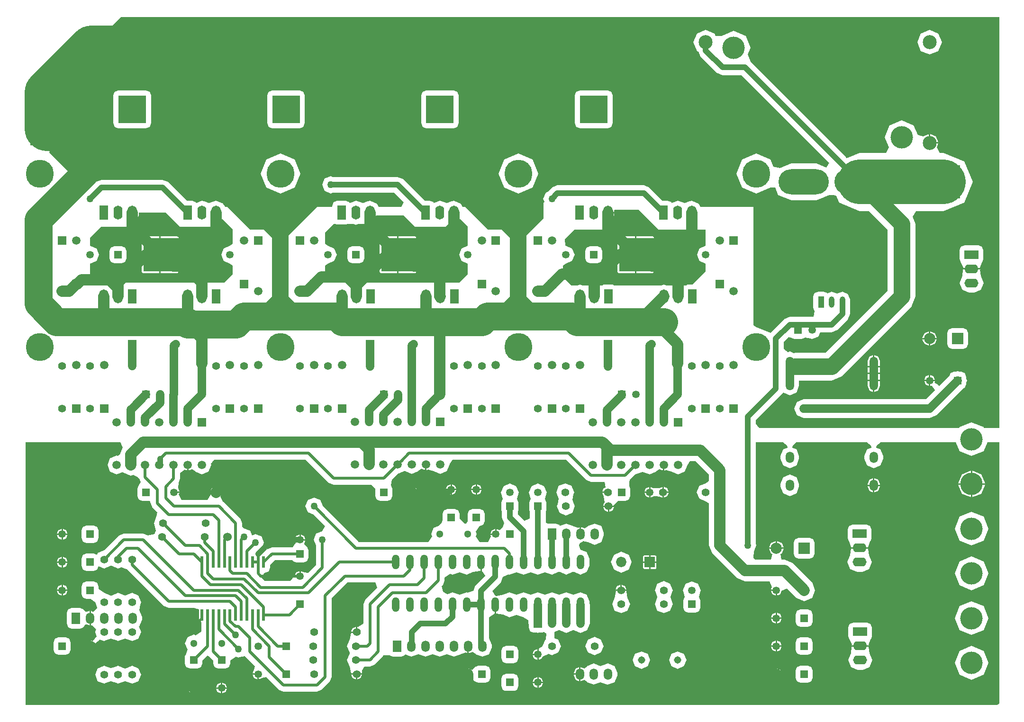
<source format=gtl>
G04 Layer_Physical_Order=1*
G04 Layer_Color=255*
%FSLAX44Y44*%
%MOMM*%
G71*
G01*
G75*
%ADD10R,0.5000X2.0000*%
%ADD11C,5.0000*%
%ADD12C,1.0000*%
%ADD13C,8.0000*%
%ADD14C,2.0000*%
%ADD15C,1.5000*%
%ADD16C,3.0000*%
%ADD17C,0.5000*%
%ADD18C,6.0000*%
%ADD19C,0.8000*%
%ADD20C,5.0000*%
%ADD21C,1.5000*%
%ADD22R,1.5000X1.5000*%
%ADD23O,9.0000X4.5000*%
%ADD24O,1.0000X2.0000*%
%ADD25R,1.0000X2.0000*%
%ADD26R,1.5000X1.5000*%
%ADD27C,1.3500*%
%ADD28R,1.3500X1.3500*%
%ADD29C,1.4000*%
%ADD30R,1.6000X2.5000*%
%ADD31O,1.6000X2.5000*%
%ADD32R,6.0000X6.0000*%
%ADD33R,1.3500X1.3500*%
%ADD34C,1.3000*%
%ADD35C,1.8500*%
%ADD36R,1.8500X1.8500*%
%ADD37O,1.3208X2.6416*%
%ADD38O,1.5000X2.0000*%
%ADD39O,1.5000X2.0000*%
%ADD40C,1.3080*%
%ADD41R,5.0000X5.0000*%
%ADD42O,1.5000X6.0000*%
%ADD43R,2.5000X1.6000*%
%ADD44O,2.5000X1.6000*%
%ADD45R,2.5000X2.5000*%
%ADD46C,2.5000*%
%ADD47C,4.0000*%
%ADD48R,1.5000X2.0000*%
%ADD49O,1.5000X2.0000*%
%ADD50R,2.0000X2.0000*%
%ADD51C,2.0000*%
%ADD52C,1.5240*%
%ADD53C,1.2700*%
G36*
X535000Y1100000D02*
X600000D01*
Y1108824D01*
X600400Y1109092D01*
X608467Y1112433D01*
X612220Y1113180D01*
X630000Y1095400D01*
Y1069306D01*
X625000Y1065965D01*
X613711Y1061289D01*
X609035Y1050000D01*
X613711Y1038711D01*
X625000Y1034035D01*
X630000Y1030694D01*
Y1015000D01*
X615000Y1000000D01*
X375000D01*
Y1034035D01*
X386289Y1038711D01*
X390965Y1050000D01*
X386289Y1061289D01*
X375000Y1065965D01*
Y1080000D01*
X395000Y1100000D01*
X450400D01*
Y1109092D01*
X458467Y1112433D01*
X461808Y1120500D01*
Y1125000D01*
X510000D01*
X535000Y1100000D01*
D02*
G37*
G36*
X1026270Y1109618D02*
X1033067Y1112433D01*
X1036821Y1113180D01*
X1050000Y1100000D01*
Y1065965D01*
X1050000Y1065965D01*
X1038711Y1061289D01*
X1034035Y1050000D01*
X1038711Y1038711D01*
X1050000Y1034035D01*
X1050000Y1034035D01*
Y1015000D01*
X1035000Y1000000D01*
X855800D01*
X850400Y994600D01*
X830000Y1015000D01*
X795000D01*
Y1030694D01*
X800000Y1034035D01*
X811289Y1038711D01*
X815965Y1050000D01*
X811289Y1061289D01*
X800000Y1065965D01*
X795000Y1069306D01*
Y1090000D01*
X810000Y1105000D01*
X813402D01*
X816200Y1103841D01*
X832200D01*
X834998Y1105000D01*
X845210D01*
X849600Y1103182D01*
X853990Y1105000D01*
X875000D01*
Y1109092D01*
X883067Y1112433D01*
X883342Y1113096D01*
X886201Y1120000D01*
X935000D01*
X955000Y1100000D01*
X1010000D01*
X1020000Y1110000D01*
X1021074Y1110718D01*
X1023730Y1109618D01*
Y1125000D01*
X1026270D01*
Y1109618D01*
D02*
G37*
G36*
X1074670Y484025D02*
X1074729Y484049D01*
X1075591Y483668D01*
X1080869Y475768D01*
X1063450Y458350D01*
X1060331Y450820D01*
X1059329Y448400D01*
X1049329Y445661D01*
X1048000Y446211D01*
X1043462Y444332D01*
X1035300Y442014D01*
X1027138Y444332D01*
X1022600Y446211D01*
X1018062Y444332D01*
X1012907Y442868D01*
X1005226Y446899D01*
X1003463Y457390D01*
X1005236Y459164D01*
X1008565Y467200D01*
Y472578D01*
X1018565Y479260D01*
X1022600Y477589D01*
X1027138Y479468D01*
X1035300Y481786D01*
X1043462Y479468D01*
X1048000Y477589D01*
X1059177Y482219D01*
X1070952Y484513D01*
X1072130Y484025D01*
Y500000D01*
X1074670D01*
Y484025D01*
D02*
G37*
G36*
X1390000Y1095000D02*
X1475000D01*
Y1065965D01*
X1475000Y1065965D01*
X1463711Y1061289D01*
X1459034Y1050000D01*
X1463711Y1038711D01*
X1475000Y1034035D01*
X1475000Y1034035D01*
Y1020000D01*
X1451159Y996159D01*
X1442800D01*
X1440002Y995000D01*
X1404390D01*
X1400000Y996818D01*
X1395611Y995000D01*
X1311598D01*
X1308800Y996159D01*
X1292800D01*
X1290002Y995000D01*
X1254389D01*
X1250000Y996818D01*
X1245611Y995000D01*
X1235000D01*
X1220000Y1010000D01*
Y1030694D01*
X1225000Y1034035D01*
X1236289Y1038711D01*
X1240965Y1050000D01*
X1236289Y1061289D01*
X1225000Y1065965D01*
X1223978Y1066648D01*
X1223108Y1078108D01*
X1240000Y1095000D01*
X1290000D01*
Y1102410D01*
X1300000Y1109092D01*
X1308067Y1112433D01*
X1311408Y1120500D01*
Y1123730D01*
X1300000D01*
Y1126270D01*
X1311408D01*
Y1129500D01*
X1311742Y1130000D01*
X1355000D01*
X1390000Y1095000D01*
D02*
G37*
G36*
X2000000Y740000D02*
X1972023D01*
X1971430Y741430D01*
X1950000Y750307D01*
X1928570Y741430D01*
X1927977Y740000D01*
X1570000D01*
X1564071Y747544D01*
Y754172D01*
X1606554Y796654D01*
X1613137Y803137D01*
X1625000Y798223D01*
X1636863Y803137D01*
X1641777Y815000D01*
Y825105D01*
X1700000D01*
X1717603Y832396D01*
X1842603Y957396D01*
X1842603Y957397D01*
X1844739Y962552D01*
X1849895Y975000D01*
X1849895Y975000D01*
Y1105000D01*
X1844492Y1118045D01*
X1850227Y1128045D01*
X1900000D01*
X1936738Y1143263D01*
X1951955Y1180000D01*
X1936738Y1216738D01*
X1900000Y1231955D01*
X1893043D01*
X1887947Y1241955D01*
X1890753Y1248730D01*
X1875000D01*
Y1250000D01*
X1873730D01*
Y1265753D01*
X1864546Y1261949D01*
X1863021Y1261627D01*
X1853673Y1263945D01*
X1846430Y1281430D01*
X1825000Y1290307D01*
X1803570Y1281430D01*
X1794693Y1260000D01*
X1802168Y1241955D01*
X1797119Y1231955D01*
X1750000D01*
X1727334Y1222566D01*
X1554950Y1394950D01*
X1550225Y1407731D01*
X1555307Y1420000D01*
X1546431Y1441431D01*
X1525000Y1450307D01*
X1503570Y1441431D01*
X1503424Y1441078D01*
X1492600D01*
X1490690Y1445690D01*
X1475000Y1452189D01*
X1459310Y1445690D01*
X1452811Y1430000D01*
X1459310Y1414310D01*
X1461609Y1413358D01*
X1465050Y1405050D01*
X1495050Y1375050D01*
X1505000Y1370929D01*
X1539172D01*
X1695996Y1214105D01*
X1690331Y1205627D01*
X1672500Y1213013D01*
X1627500D01*
X1607511Y1204733D01*
X1595455Y1207708D01*
X1590257Y1220257D01*
X1565000Y1230719D01*
X1539743Y1220257D01*
X1529281Y1195000D01*
X1539743Y1169743D01*
X1565000Y1159281D01*
X1590257Y1169743D01*
X1598736D01*
X1604157Y1156656D01*
X1627500Y1146987D01*
X1672500D01*
X1695844Y1156656D01*
X1704156Y1156656D01*
X1708451Y1154877D01*
X1713262Y1143263D01*
X1750000Y1128045D01*
X1766748D01*
X1800105Y1094688D01*
Y985312D01*
X1689688Y874895D01*
X1635000D01*
X1632272Y873765D01*
X1625000Y876777D01*
X1622386Y875694D01*
X1614071Y881250D01*
Y894172D01*
X1622873Y902973D01*
X1627127Y902127D01*
X1633250Y899591D01*
X1646750D01*
X1652873Y902127D01*
X1662709Y899984D01*
X1665000Y899035D01*
X1676289Y903711D01*
X1679279Y910929D01*
X1700000D01*
X1709950Y915050D01*
X1729050Y934150D01*
X1733171Y944100D01*
Y965000D01*
Y970000D01*
X1729050Y979950D01*
X1719100Y984071D01*
X1709550Y980115D01*
X1700000Y984071D01*
X1692149Y980819D01*
X1692023Y981123D01*
X1685900Y983659D01*
X1675900D01*
X1669777Y981123D01*
X1667241Y975000D01*
Y955000D01*
X1669777Y948877D01*
X1667319Y939071D01*
X1625000D01*
X1615050Y934950D01*
X1590341Y910240D01*
X1590257Y910257D01*
X1565000Y920719D01*
X1560000Y924060D01*
Y1135000D01*
X1465341D01*
X1463777Y1138777D01*
X1463414Y1138927D01*
X1462246Y1141746D01*
X1450000Y1146818D01*
X1446218Y1145252D01*
X1437300Y1141916D01*
X1428383Y1145252D01*
X1424600Y1146818D01*
X1413845Y1142363D01*
X1413323Y1143623D01*
X1407200Y1146159D01*
X1397941D01*
X1374150Y1169950D01*
X1364200Y1174071D01*
X1210000D01*
X1200050Y1169950D01*
X1192545Y1162444D01*
X1189017Y1160983D01*
X1184468Y1150000D01*
X1186539Y1145000D01*
X1185000Y1142658D01*
Y1115000D01*
X1155000Y1085000D01*
Y975000D01*
X1190000Y940000D01*
Y930000D01*
X1093066Y930000D01*
X1089239Y939239D01*
X1125000Y975000D01*
Y1080000D01*
X1110000Y1095000D01*
X1085000D01*
X1045000Y1135000D01*
X1040341D01*
X1038777Y1138777D01*
X1038414Y1138927D01*
X1037246Y1141746D01*
X1025000Y1146818D01*
X1021218Y1145252D01*
X1012300Y1141916D01*
X1003382Y1145252D01*
X999600Y1146818D01*
X988845Y1142363D01*
X988323Y1143623D01*
X982200Y1146159D01*
X972941D01*
X934150Y1184950D01*
X924200Y1189071D01*
X808528D01*
X805000Y1190532D01*
X794017Y1185983D01*
X789468Y1175000D01*
X794017Y1164017D01*
X805000Y1159468D01*
X808528Y1160929D01*
X918372D01*
X935062Y1144239D01*
X931235Y1135000D01*
X890341D01*
X888777Y1138777D01*
X888413Y1138927D01*
X887246Y1141746D01*
X875000Y1146818D01*
X871218Y1145252D01*
X862300Y1141916D01*
X853382Y1145252D01*
X849600Y1146818D01*
X838845Y1142363D01*
X838323Y1143623D01*
X832200Y1146159D01*
X816200D01*
X810077Y1143623D01*
X807541Y1137500D01*
Y1135000D01*
X780000D01*
X730000Y1085000D01*
Y975000D01*
X750000Y955000D01*
X745858Y945000D01*
X684142D01*
X680000Y955000D01*
X700000Y975000D01*
Y1080000D01*
X685000Y1095000D01*
X660000D01*
X620000Y1135000D01*
X615741D01*
X614177Y1138777D01*
X613814Y1138927D01*
X612646Y1141746D01*
X600400Y1146818D01*
X596618Y1145252D01*
X587700Y1141916D01*
X578782Y1145252D01*
X575000Y1146818D01*
X564245Y1142363D01*
X563723Y1143623D01*
X557600Y1146159D01*
X548340D01*
X514550Y1179950D01*
X504600Y1184071D01*
X395000D01*
X385050Y1179950D01*
X370050Y1164950D01*
X301988Y1233012D01*
X305815Y1242251D01*
X327540D01*
X329484Y1243056D01*
X330289Y1245000D01*
Y1273730D01*
X297540D01*
Y1275000D01*
X296270D01*
Y1307749D01*
X285000D01*
Y1330000D01*
X430000Y1475000D01*
X2000000D01*
Y740000D01*
D02*
G37*
G36*
Y247071D02*
X1995000Y245000D01*
X260000D01*
Y715000D01*
X429381D01*
X433488Y705000D01*
X428517Y693000D01*
X424014Y689991D01*
X422600Y690577D01*
X410737Y685663D01*
X405823Y673800D01*
X410737Y661937D01*
X422600Y657023D01*
X433582Y661572D01*
X434224Y660023D01*
X448000Y654317D01*
X452035Y655988D01*
X458963Y652948D01*
X462846Y649642D01*
X465364Y643564D01*
X462127Y637873D01*
X459591Y631750D01*
Y618250D01*
X462127Y612127D01*
X468250Y609591D01*
X481750D01*
X483635Y605020D01*
Y605000D01*
X486964Y596964D01*
X495001Y588927D01*
X493520Y581481D01*
X488764Y570000D01*
X490238Y566442D01*
X492320Y556480D01*
X489805Y550410D01*
X478326Y547747D01*
X478036Y548036D01*
X470000Y551365D01*
X435000D01*
X426964Y548036D01*
X400116Y521188D01*
X400000Y521236D01*
X388520Y516481D01*
X387149Y513173D01*
X381750Y515409D01*
X368250D01*
X362127Y512873D01*
X359591Y506750D01*
Y493250D01*
X362127Y487127D01*
X368250Y484591D01*
X381750D01*
X387873Y487127D01*
X390228Y492812D01*
X400000Y488764D01*
X411481Y493520D01*
X413519Y493520D01*
X425000Y488764D01*
X428982Y490414D01*
X430318Y490849D01*
X441964Y486964D01*
X506964Y421964D01*
X515000Y418635D01*
X560512D01*
X569751Y416000D01*
Y396000D01*
X570556Y394056D01*
X572500Y393251D01*
X573635D01*
Y375871D01*
X563635Y369189D01*
X560000Y370695D01*
X548902Y366098D01*
X544305Y355000D01*
X548902Y343902D01*
X545692Y334408D01*
X544591Y331750D01*
Y318250D01*
X547127Y312127D01*
X553250Y309591D01*
X566750D01*
X572873Y312127D01*
X575409Y318250D01*
Y324336D01*
X583688Y332615D01*
X586964Y331963D01*
X594591Y324336D01*
Y318250D01*
X597127Y312127D01*
X603250Y309591D01*
X616750D01*
X622873Y312127D01*
X625409Y318250D01*
Y324688D01*
X635409Y331369D01*
X640000Y329468D01*
X641855Y330236D01*
X651964Y331964D01*
X656980Y326948D01*
X669371Y314557D01*
X667890Y307110D01*
X665471Y301270D01*
X675000D01*
Y300000D01*
X676270D01*
Y290471D01*
X682110Y292890D01*
X689557Y294371D01*
X711964Y271964D01*
X720000Y268635D01*
X780000D01*
X788036Y271964D01*
X803036Y286964D01*
X806365Y295000D01*
Y435292D01*
X834708Y463635D01*
X884497D01*
X888323Y454396D01*
X866964Y433036D01*
X863635Y425000D01*
Y390234D01*
X853635Y384318D01*
X852470Y384800D01*
Y375000D01*
X851200D01*
Y373730D01*
X841400D01*
X841482Y373532D01*
X838519Y361480D01*
X833764Y350000D01*
X838519Y338519D01*
X838519Y336481D01*
X833764Y325000D01*
X838519Y313520D01*
X841482Y301468D01*
X841400Y301270D01*
X851200D01*
X861000D01*
X860566Y302317D01*
X860898Y306379D01*
X865234Y313635D01*
X875000D01*
X883036Y316964D01*
X898036Y331964D01*
X898891Y334027D01*
X909715Y334027D01*
X909777Y333877D01*
X915900Y331341D01*
X930900D01*
X937023Y333877D01*
X937633Y335349D01*
X948800Y330723D01*
X960663Y335637D01*
X962337Y335637D01*
X974200Y330723D01*
X986063Y335637D01*
X987737Y335637D01*
X999600Y330723D01*
X1011463Y335637D01*
X1013137Y335637D01*
X1025000Y330723D01*
X1036863Y335637D01*
X1046367Y338303D01*
X1049130Y337159D01*
Y350000D01*
X1051670D01*
Y337159D01*
X1058084Y339815D01*
X1063673Y336275D01*
X1063937Y335637D01*
X1075800Y330723D01*
X1087663Y335637D01*
X1092577Y347500D01*
Y352500D01*
X1087663Y364363D01*
X1087471Y364443D01*
Y401462D01*
X1097471Y407849D01*
X1097530Y407825D01*
Y423800D01*
X1100070D01*
Y407825D01*
X1101248Y408313D01*
X1113023Y406019D01*
X1124200Y401389D01*
X1128738Y403268D01*
X1136900Y405586D01*
X1145062Y403268D01*
X1149600Y401389D01*
X1149908Y401516D01*
X1158223Y395961D01*
Y390000D01*
X1158841Y388508D01*
Y382500D01*
X1161377Y376377D01*
X1167500Y373841D01*
X1173508D01*
X1175000Y373223D01*
X1176492Y373841D01*
X1182500D01*
X1185569Y375112D01*
X1190048Y372937D01*
X1189723Y361979D01*
X1188520Y361480D01*
X1184559Y351920D01*
X1183764Y350000D01*
X1176270Y345772D01*
Y335000D01*
Y325471D01*
X1182110Y327890D01*
X1183274Y330699D01*
X1194294Y336127D01*
X1200000Y333764D01*
X1211481Y338519D01*
X1216236Y350000D01*
X1211481Y361480D01*
X1204831Y364235D01*
Y373740D01*
X1204831D01*
X1204831Y375059D01*
X1212263Y378137D01*
X1213937Y378137D01*
X1225800Y373223D01*
X1237663Y378137D01*
X1239337Y378137D01*
X1251200Y373223D01*
X1263063Y378137D01*
X1267977Y390000D01*
Y423800D01*
X1267007Y426142D01*
Y430404D01*
X1262377Y441581D01*
X1251200Y446211D01*
X1246662Y444332D01*
X1238500Y442014D01*
X1230338Y444332D01*
X1225800Y446211D01*
X1221262Y444332D01*
X1213100Y442014D01*
X1204938Y444332D01*
X1200400Y446211D01*
X1195862Y444332D01*
X1187700Y442014D01*
X1179538Y444332D01*
X1175000Y446211D01*
X1170462Y444332D01*
X1162300Y442014D01*
X1154138Y444332D01*
X1149600Y446211D01*
X1145062Y444332D01*
X1136900Y442014D01*
X1128738Y444332D01*
X1124200Y446211D01*
X1113023Y441581D01*
X1101248Y439287D01*
X1098800Y440301D01*
X1094063Y449163D01*
X1108750Y463850D01*
X1112531Y472980D01*
X1112871Y473800D01*
X1122871Y478139D01*
X1124200Y477589D01*
X1128738Y479468D01*
X1136900Y481786D01*
X1145062Y479468D01*
X1149600Y477589D01*
X1154138Y479468D01*
X1162300Y481786D01*
X1170462Y479468D01*
X1175000Y477589D01*
X1179538Y479468D01*
X1187700Y481786D01*
X1195862Y479468D01*
X1200400Y477589D01*
X1211577Y482219D01*
X1214622Y482219D01*
X1225800Y477589D01*
X1236977Y482219D01*
X1240023Y482219D01*
X1251200Y477589D01*
X1262377Y482219D01*
X1267007Y493396D01*
Y506604D01*
X1262377Y517781D01*
X1251200Y522411D01*
X1248326Y529645D01*
X1249745Y533653D01*
X1256547Y537823D01*
X1264337Y535637D01*
X1276200Y530723D01*
X1288063Y535637D01*
X1292977Y547500D01*
Y552500D01*
X1288063Y564363D01*
X1276200Y569277D01*
X1264337Y564363D01*
X1264073Y563725D01*
X1258484Y560184D01*
X1252070Y562841D01*
Y550000D01*
X1249530D01*
Y562841D01*
X1246767Y561696D01*
X1237263Y564363D01*
X1225400Y569277D01*
X1214233Y564651D01*
X1213623Y566123D01*
X1207500Y568659D01*
X1192500D01*
X1189071Y570950D01*
Y590019D01*
X1190409Y593250D01*
Y606750D01*
X1187873Y612873D01*
X1190016Y622709D01*
X1190965Y625000D01*
X1186289Y636289D01*
X1175000Y640965D01*
X1163711Y636289D01*
X1159035Y625000D01*
X1159984Y622709D01*
X1162127Y612873D01*
X1159591Y606750D01*
Y593250D01*
X1160929Y590019D01*
Y578113D01*
X1150929Y573971D01*
X1139071Y585828D01*
Y590019D01*
X1140409Y593250D01*
Y606750D01*
X1137873Y612873D01*
X1140016Y622709D01*
X1140965Y625000D01*
X1136289Y636289D01*
X1125000Y640965D01*
X1113711Y636289D01*
X1109035Y625000D01*
X1109984Y622709D01*
X1112127Y612873D01*
X1109591Y606750D01*
Y593250D01*
X1110929Y590019D01*
Y580000D01*
X1115050Y570050D01*
X1112127Y562873D01*
X1107432Y557480D01*
X1101270Y559564D01*
Y550000D01*
X1100000D01*
Y548730D01*
X1090470D01*
X1091450Y546365D01*
X1086348Y536365D01*
X1070871D01*
X1064189Y546365D01*
X1065695Y550000D01*
X1063793Y554591D01*
X1070475Y564591D01*
X1071750D01*
X1077873Y567127D01*
X1080409Y573250D01*
Y586750D01*
X1077873Y592873D01*
X1071750Y595409D01*
X1058250D01*
X1052127Y592873D01*
X1049591Y586750D01*
Y574933D01*
X1049591Y573250D01*
X1047215Y569358D01*
X1044475Y569006D01*
X1042785Y569797D01*
X1035409Y577923D01*
Y586750D01*
X1032873Y592873D01*
X1026750Y595409D01*
X1013250D01*
X1007127Y592873D01*
X1004591Y586750D01*
Y574617D01*
X1002764Y571067D01*
X997351Y564597D01*
X988902Y561098D01*
X984305Y550000D01*
X985811Y546365D01*
X979129Y536365D01*
X854708D01*
X790150Y600923D01*
X785983Y610983D01*
X775000Y615532D01*
X764017Y610983D01*
X759468Y600000D01*
X764017Y589017D01*
X774078Y584850D01*
X794389Y564538D01*
X790000Y555532D01*
X779017Y550983D01*
X774468Y540000D01*
X778635Y529939D01*
Y494708D01*
X764556Y480629D01*
X757110Y482110D01*
X751270Y484529D01*
Y475000D01*
X748730D01*
Y484529D01*
X742890Y482110D01*
X739945Y475000D01*
X732697Y466365D01*
X686261D01*
X681433Y472352D01*
X686292Y481341D01*
X687500D01*
X693623Y483877D01*
X696159Y490000D01*
Y495086D01*
X704707Y503635D01*
X736503D01*
X737127Y502127D01*
X743250Y499591D01*
X756750D01*
X762873Y502127D01*
X765409Y508250D01*
Y521750D01*
X762873Y527873D01*
X757480Y532568D01*
X759564Y538730D01*
X750000D01*
X740436D01*
X742032Y534011D01*
X737778Y528440D01*
X737127Y527873D01*
X736868Y527248D01*
X736194Y526365D01*
X700000D01*
X691964Y523036D01*
X683339Y527716D01*
X682906Y528659D01*
X685532Y535000D01*
X680983Y545983D01*
X670000Y550532D01*
X664231Y548143D01*
X660983Y555983D01*
X650000Y560532D01*
X646365Y562961D01*
Y570000D01*
X643036Y578036D01*
X613036Y608036D01*
X612059Y608441D01*
X607776Y617224D01*
X609125Y620480D01*
X610471Y623730D01*
X589529D01*
X590508Y621365D01*
X585017Y611365D01*
X538652D01*
X533550Y621365D01*
X534530Y623730D01*
X525000D01*
Y626270D01*
X534530D01*
X532110Y632110D01*
X532844Y642630D01*
X535565Y649200D01*
Y659401D01*
X544128Y665199D01*
X548330Y663459D01*
Y673800D01*
X550870D01*
Y663459D01*
X557284Y666116D01*
X562873Y662575D01*
X563137Y661937D01*
X575000Y657023D01*
X586863Y661937D01*
X591777Y673800D01*
X591147Y675320D01*
X596703Y683635D01*
X760292D01*
X801964Y641964D01*
X810000Y638635D01*
X876619D01*
X884591Y631750D01*
Y618250D01*
X887127Y612127D01*
X893250Y609591D01*
X906750D01*
X912873Y612127D01*
X915409Y618250D01*
Y631750D01*
X912873Y637873D01*
X914214Y648141D01*
X924363Y658290D01*
X936063Y663137D01*
X937737Y663137D01*
X949600Y658223D01*
X961463Y663137D01*
X961727Y663775D01*
X967316Y667316D01*
X973730Y664659D01*
Y675000D01*
X976270D01*
Y664659D01*
X979034Y665804D01*
X988537Y663137D01*
X1000400Y658223D01*
X1012263Y663137D01*
X1017177Y675000D01*
X1017044Y675320D01*
X1022600Y683635D01*
X1225292D01*
X1261964Y646964D01*
X1270000Y643635D01*
X1293928D01*
X1295917Y633635D01*
X1292698Y632302D01*
X1290476Y626937D01*
X1290200Y626270D01*
X1300000D01*
Y623730D01*
X1290200D01*
X1292698Y617698D01*
X1292783Y617663D01*
X1293898Y607301D01*
X1293572Y606513D01*
X1291400Y601270D01*
X1311000D01*
X1310750Y601874D01*
X1318250Y609591D01*
X1331750D01*
X1337873Y612127D01*
X1340409Y618250D01*
Y631750D01*
X1338568Y636194D01*
X1338500Y641791D01*
X1339497Y648024D01*
X1348702Y657229D01*
X1349200Y657023D01*
X1353253Y658702D01*
X1361900Y661651D01*
X1370547Y658702D01*
X1374600Y657023D01*
X1386463Y661937D01*
X1386728Y662575D01*
X1392316Y666116D01*
X1398730Y663459D01*
Y673800D01*
X1401270D01*
Y663459D01*
X1404034Y664604D01*
X1413537Y661937D01*
X1425400Y657023D01*
X1437263Y661937D01*
X1442177Y673800D01*
X1446665Y680517D01*
X1456930D01*
X1480517Y656930D01*
Y644922D01*
X1475000Y641236D01*
X1463519Y636480D01*
X1458764Y625000D01*
X1463519Y613520D01*
X1475000Y608764D01*
X1480517Y605078D01*
Y530000D01*
X1486223Y516223D01*
X1531223Y471223D01*
X1545000Y465517D01*
X1589231D01*
X1593230Y455517D01*
X1591826Y452129D01*
X1591471Y451270D01*
X1601000D01*
Y450000D01*
X1602270D01*
Y440471D01*
X1608110Y442890D01*
X1610543Y448762D01*
X1620294Y453153D01*
X1620294Y453153D01*
X1637223Y436223D01*
X1651000Y430517D01*
X1664777Y436223D01*
X1670483Y450000D01*
X1664777Y463777D01*
X1629777Y498777D01*
X1616000Y504483D01*
X1610367D01*
X1608378Y514483D01*
X1610598Y515402D01*
X1614047Y523730D01*
X1601000D01*
X1587953D01*
X1591402Y515402D01*
X1593622Y514483D01*
X1591633Y504483D01*
X1562438D01*
X1559885Y507738D01*
X1560983Y519017D01*
X1565532Y530000D01*
X1564071Y533528D01*
Y715000D01*
X1612361D01*
X1619902Y709063D01*
X1619902Y709063D01*
X1619902D01*
X1620710Y705000D01*
X1619934Y704678D01*
X1613137Y701863D01*
X1608223Y690000D01*
Y685000D01*
X1613137Y673137D01*
X1625000Y668223D01*
X1636863Y673137D01*
X1641777Y685000D01*
Y690000D01*
X1636863Y701863D01*
X1630066Y704678D01*
X1629290Y705000D01*
X1630098Y709063D01*
X1630098D01*
X1630098Y709063D01*
X1637639Y715000D01*
X1762361D01*
X1769902Y709063D01*
X1769902Y709063D01*
X1769902D01*
X1770710Y705000D01*
X1769934Y704678D01*
X1763137Y701863D01*
X1758223Y690000D01*
Y685000D01*
X1763137Y673137D01*
X1775000Y668223D01*
X1786864Y673137D01*
X1791777Y685000D01*
Y690000D01*
X1786864Y701863D01*
X1780066Y704678D01*
X1779290Y705000D01*
X1780098Y709063D01*
X1780098D01*
X1780098Y709063D01*
X1787639Y715000D01*
X1921764D01*
X1928570Y698570D01*
X1950000Y689693D01*
X1971430Y698570D01*
X1978236Y715000D01*
X2000000D01*
Y247071D01*
D02*
G37*
%LPC*%
G36*
X584499Y1048730D02*
X576270D01*
Y1040501D01*
X581750D01*
X583694Y1041306D01*
X584499Y1043250D01*
Y1048730D01*
D02*
G37*
G36*
X573730D02*
X565501D01*
Y1043250D01*
X566306Y1041306D01*
X568250Y1040501D01*
X573730D01*
Y1048730D01*
D02*
G37*
G36*
X530000Y1082749D02*
X501270D01*
Y1051270D01*
X532749D01*
Y1080000D01*
X531944Y1081944D01*
X530000Y1082749D01*
D02*
G37*
G36*
X573730Y1059499D02*
X568250D01*
X566306Y1058694D01*
X565501Y1056750D01*
Y1051270D01*
X573730D01*
Y1059499D01*
D02*
G37*
G36*
X581750D02*
X576270D01*
Y1051270D01*
X584499D01*
Y1056750D01*
X583694Y1058694D01*
X581750Y1059499D01*
D02*
G37*
G36*
X498730Y1082749D02*
X470000D01*
X468056Y1081944D01*
X467251Y1080000D01*
Y1051270D01*
X498730D01*
Y1082749D01*
D02*
G37*
G36*
Y1048730D02*
X467251D01*
Y1020000D01*
X468056Y1018056D01*
X470000Y1017251D01*
X498730D01*
Y1048730D01*
D02*
G37*
G36*
X532749D02*
X501270D01*
Y1017251D01*
X530000D01*
X531944Y1018056D01*
X532749Y1020000D01*
Y1048730D01*
D02*
G37*
G36*
X431750Y1065409D02*
X418250D01*
X412127Y1062873D01*
X409591Y1056750D01*
Y1043250D01*
X412127Y1037127D01*
X418250Y1034591D01*
X431750D01*
X437873Y1037127D01*
X440409Y1043250D01*
Y1056750D01*
X437873Y1062873D01*
X431750Y1065409D01*
D02*
G37*
G36*
X1006750Y1059499D02*
X1001270D01*
Y1051270D01*
X1009499D01*
Y1056750D01*
X1008694Y1058694D01*
X1006750Y1059499D01*
D02*
G37*
G36*
X923730Y1082749D02*
X895000D01*
X893056Y1081944D01*
X892251Y1080000D01*
Y1051270D01*
X923730D01*
Y1082749D01*
D02*
G37*
G36*
X955000D02*
X926270D01*
Y1051270D01*
X957749D01*
Y1080000D01*
X956944Y1081944D01*
X955000Y1082749D01*
D02*
G37*
G36*
X998730Y1059499D02*
X993250D01*
X991306Y1058694D01*
X990501Y1056750D01*
Y1051270D01*
X998730D01*
Y1059499D01*
D02*
G37*
G36*
Y1048730D02*
X990501D01*
Y1043250D01*
X991306Y1041306D01*
X993250Y1040501D01*
X998730D01*
Y1048730D01*
D02*
G37*
G36*
X1009499D02*
X1001270D01*
Y1040501D01*
X1006750D01*
X1008694Y1041306D01*
X1009499Y1043250D01*
Y1048730D01*
D02*
G37*
G36*
X856750Y1065409D02*
X843250D01*
X837127Y1062873D01*
X834591Y1056750D01*
Y1043250D01*
X837127Y1037127D01*
X843250Y1034591D01*
X856750D01*
X862873Y1037127D01*
X865409Y1043250D01*
Y1056750D01*
X862873Y1062873D01*
X856750Y1065409D01*
D02*
G37*
G36*
X923730Y1048730D02*
X892251D01*
Y1020000D01*
X893056Y1018056D01*
X895000Y1017251D01*
X923730D01*
Y1048730D01*
D02*
G37*
G36*
X957749D02*
X926270D01*
Y1017251D01*
X955000D01*
X956944Y1018056D01*
X957749Y1020000D01*
Y1048730D01*
D02*
G37*
G36*
X1348730Y1082749D02*
X1320000D01*
X1318056Y1081944D01*
X1317251Y1080000D01*
Y1051270D01*
X1348730D01*
Y1082749D01*
D02*
G37*
G36*
X1380000D02*
X1351270D01*
Y1051270D01*
X1382749D01*
Y1080000D01*
X1381944Y1081944D01*
X1380000Y1082749D01*
D02*
G37*
G36*
X1423730Y1059499D02*
X1418250D01*
X1416306Y1058694D01*
X1415501Y1056750D01*
Y1051270D01*
X1423730D01*
Y1059499D01*
D02*
G37*
G36*
X1431750D02*
X1426270D01*
Y1051270D01*
X1434499D01*
Y1056750D01*
X1433694Y1058694D01*
X1431750Y1059499D01*
D02*
G37*
G36*
X1281750Y1065409D02*
X1268250D01*
X1262127Y1062873D01*
X1259591Y1056750D01*
Y1043250D01*
X1262127Y1037127D01*
X1268250Y1034591D01*
X1281750D01*
X1287873Y1037127D01*
X1290409Y1043250D01*
Y1056750D01*
X1287873Y1062873D01*
X1281750Y1065409D01*
D02*
G37*
G36*
X1423730Y1048730D02*
X1415501D01*
Y1043250D01*
X1416306Y1041306D01*
X1418250Y1040501D01*
X1423730D01*
Y1048730D01*
D02*
G37*
G36*
X1434499D02*
X1426270D01*
Y1040501D01*
X1431750D01*
X1433694Y1041306D01*
X1434499Y1043250D01*
Y1048730D01*
D02*
G37*
G36*
X1382749D02*
X1351270D01*
Y1017251D01*
X1380000D01*
X1381944Y1018056D01*
X1382749Y1020000D01*
Y1048730D01*
D02*
G37*
G36*
X1348730D02*
X1317251D01*
Y1020000D01*
X1318056Y1018056D01*
X1320000Y1017251D01*
X1348730D01*
Y1048730D01*
D02*
G37*
G36*
X1140000Y1230719D02*
X1114743Y1220257D01*
X1104281Y1195000D01*
X1114743Y1169743D01*
X1140000Y1159281D01*
X1165257Y1169743D01*
X1175719Y1195000D01*
X1165257Y1220257D01*
X1140000Y1230719D01*
D02*
G37*
G36*
X1473730Y1248730D02*
X1459751D01*
Y1237500D01*
X1460556Y1235556D01*
X1462500Y1234751D01*
X1473730D01*
Y1248730D01*
D02*
G37*
G36*
X1490249D02*
X1476270D01*
Y1234751D01*
X1487500D01*
X1489444Y1235556D01*
X1490249Y1237500D01*
Y1248730D01*
D02*
G37*
G36*
X715000Y1230719D02*
X689743Y1220257D01*
X679281Y1195000D01*
X689743Y1169743D01*
X715000Y1159281D01*
X740257Y1169743D01*
X750719Y1195000D01*
X740257Y1220257D01*
X715000Y1230719D01*
D02*
G37*
G36*
X1473730Y1265249D02*
X1462500D01*
X1460556Y1264444D01*
X1459751Y1262500D01*
Y1251270D01*
X1473730D01*
Y1265249D01*
D02*
G37*
G36*
X1875000Y1452189D02*
X1859310Y1445690D01*
X1852811Y1430000D01*
X1859310Y1414310D01*
X1875000Y1407811D01*
X1890690Y1414310D01*
X1897189Y1430000D01*
X1890690Y1445690D01*
X1875000Y1452189D01*
D02*
G37*
G36*
X448730Y1449283D02*
X428922Y1441078D01*
X420717Y1421270D01*
X448730D01*
Y1449283D01*
D02*
G37*
G36*
X723730D02*
X703922Y1441078D01*
X695717Y1421270D01*
X723730D01*
Y1449283D01*
D02*
G37*
G36*
X754283Y1418730D02*
X726270D01*
Y1390717D01*
X746078Y1398922D01*
X754283Y1418730D01*
D02*
G37*
G36*
X1029283D02*
X1001270D01*
Y1390717D01*
X1021078Y1398922D01*
X1029283Y1418730D01*
D02*
G37*
G36*
X1304283D02*
X1276270D01*
Y1390717D01*
X1296078Y1398922D01*
X1304283Y1418730D01*
D02*
G37*
G36*
X726270Y1449283D02*
Y1421270D01*
X754283D01*
X746078Y1441078D01*
X726270Y1449283D01*
D02*
G37*
G36*
X1001270D02*
Y1421270D01*
X1029283D01*
X1021078Y1441078D01*
X1001270Y1449283D01*
D02*
G37*
G36*
X1276270D02*
Y1421270D01*
X1304283D01*
X1296078Y1441078D01*
X1276270Y1449283D01*
D02*
G37*
G36*
X998730D02*
X978922Y1441078D01*
X970717Y1421270D01*
X998730D01*
Y1449283D01*
D02*
G37*
G36*
X1273730D02*
X1253922Y1441078D01*
X1245717Y1421270D01*
X1273730D01*
Y1449283D01*
D02*
G37*
G36*
X451270D02*
Y1421270D01*
X479283D01*
X471078Y1441078D01*
X451270Y1449283D01*
D02*
G37*
G36*
X475000Y1343659D02*
X425000D01*
X418877Y1341123D01*
X416341Y1335000D01*
Y1285000D01*
X418877Y1278877D01*
X425000Y1276341D01*
X475000D01*
X481123Y1278877D01*
X483659Y1285000D01*
Y1335000D01*
X481123Y1341123D01*
X475000Y1343659D01*
D02*
G37*
G36*
X750000D02*
X700000D01*
X693877Y1341123D01*
X691341Y1335000D01*
Y1285000D01*
X693877Y1278877D01*
X700000Y1276341D01*
X750000D01*
X756123Y1278877D01*
X758659Y1285000D01*
Y1335000D01*
X756123Y1341123D01*
X750000Y1343659D01*
D02*
G37*
G36*
X1025000D02*
X975000D01*
X968877Y1341123D01*
X966341Y1335000D01*
Y1285000D01*
X968877Y1278877D01*
X975000Y1276341D01*
X1025000D01*
X1031123Y1278877D01*
X1033659Y1285000D01*
Y1335000D01*
X1031123Y1341123D01*
X1025000Y1343659D01*
D02*
G37*
G36*
X1487500Y1265249D02*
X1476270D01*
Y1251270D01*
X1490249D01*
Y1262500D01*
X1489444Y1264444D01*
X1487500Y1265249D01*
D02*
G37*
G36*
X1876270Y1265753D02*
Y1251270D01*
X1890753D01*
X1886511Y1261511D01*
X1876270Y1265753D01*
D02*
G37*
G36*
X327540Y1307749D02*
X298810D01*
Y1276270D01*
X330289D01*
Y1305000D01*
X329484Y1306944D01*
X327540Y1307749D01*
D02*
G37*
G36*
X723730Y1418730D02*
X695717D01*
X703922Y1398922D01*
X723730Y1390717D01*
Y1418730D01*
D02*
G37*
G36*
X1273730D02*
X1245717D01*
X1253922Y1398922D01*
X1273730Y1390717D01*
Y1418730D01*
D02*
G37*
G36*
X479283D02*
X451270D01*
Y1390717D01*
X471078Y1398922D01*
X479283Y1418730D01*
D02*
G37*
G36*
X1300000Y1343659D02*
X1250000D01*
X1243877Y1341123D01*
X1241341Y1335000D01*
Y1285000D01*
X1243877Y1278877D01*
X1250000Y1276341D01*
X1300000D01*
X1306123Y1278877D01*
X1308659Y1285000D01*
Y1335000D01*
X1306123Y1341123D01*
X1300000Y1343659D01*
D02*
G37*
G36*
X448730Y1418730D02*
X420717D01*
X428922Y1398922D01*
X448730Y1390717D01*
Y1418730D01*
D02*
G37*
G36*
X998730D02*
X970717D01*
X978922Y1398922D01*
X998730Y1390717D01*
Y1418730D01*
D02*
G37*
G36*
X1773730Y823730D02*
X1764133D01*
Y815000D01*
X1767316Y807316D01*
X1773730Y804659D01*
Y823730D01*
D02*
G37*
G36*
X1785867D02*
X1776270D01*
Y804659D01*
X1782684Y807316D01*
X1785867Y815000D01*
Y823730D01*
D02*
G37*
G36*
X1965383Y1023330D02*
X1950000D01*
X1934618D01*
X1934793Y1022907D01*
X1933254Y1011446D01*
X1928182Y999200D01*
X1933254Y986954D01*
X1945500Y981882D01*
X1954500D01*
X1966746Y986954D01*
X1971819Y999200D01*
X1966746Y1011446D01*
X1965207Y1022907D01*
X1965383Y1023330D01*
D02*
G37*
G36*
X1873730Y898730D02*
X1861953D01*
X1865402Y890403D01*
X1873730Y886953D01*
Y898730D01*
D02*
G37*
G36*
Y913047D02*
X1865402Y909598D01*
X1861953Y901270D01*
X1873730D01*
Y913047D01*
D02*
G37*
G36*
X1876270Y913047D02*
Y901270D01*
X1888047D01*
X1884598Y909598D01*
X1876270Y913047D01*
D02*
G37*
G36*
X1962500Y1066659D02*
X1937500D01*
X1931377Y1064123D01*
X1928841Y1058000D01*
Y1042000D01*
X1931377Y1035877D01*
X1934983Y1026880D01*
X1934590Y1025870D01*
X1950000D01*
X1965411D01*
X1965017Y1026880D01*
X1968623Y1035877D01*
X1969736Y1038564D01*
X1971159Y1042000D01*
Y1058000D01*
X1968623Y1064123D01*
X1962500Y1066659D01*
D02*
G37*
G36*
X1876270Y834530D02*
Y826270D01*
X1884530D01*
X1882110Y832110D01*
X1879982Y832992D01*
X1876270Y834530D01*
D02*
G37*
G36*
X1773730Y836230D02*
X1764133D01*
Y827500D01*
Y826270D01*
X1773730D01*
Y836230D01*
D02*
G37*
G36*
X1785867D02*
X1776270D01*
Y826270D01*
X1785867D01*
Y836230D01*
D02*
G37*
G36*
X1873730Y823730D02*
X1865471D01*
X1867890Y817890D01*
X1873730Y815471D01*
Y823730D01*
D02*
G37*
G36*
X1925000Y841777D02*
X1921698Y840409D01*
X1918250D01*
X1912127Y837873D01*
X1910699Y834426D01*
X1892065Y815792D01*
X1890115Y817095D01*
X1890115Y817095D01*
X1883588Y821456D01*
X1884202Y822940D01*
X1884203Y822942D01*
X1884360Y823322D01*
X1884530Y823730D01*
X1876270D01*
Y815471D01*
X1878544Y816413D01*
X1884208Y807935D01*
X1868051Y791777D01*
X1650000D01*
X1638137Y786863D01*
X1633223Y775000D01*
X1638137Y763137D01*
X1650000Y758223D01*
X1875000D01*
X1875000Y758223D01*
X1886863Y763137D01*
X1934425Y810699D01*
X1937873Y812127D01*
X1940409Y818250D01*
Y821698D01*
X1941777Y825000D01*
X1940409Y828303D01*
Y831750D01*
X1937873Y837873D01*
X1931750Y840409D01*
X1928302D01*
X1925000Y841777D01*
D02*
G37*
G36*
X1873730Y834529D02*
X1867890Y832110D01*
X1865471Y826270D01*
X1873730D01*
Y834529D01*
D02*
G37*
G36*
X1776270Y870341D02*
Y851270D01*
X1785867D01*
Y860000D01*
X1782684Y867684D01*
X1776270Y870341D01*
D02*
G37*
G36*
X1935000Y918659D02*
X1915000D01*
X1908877Y916123D01*
X1906341Y910000D01*
Y890000D01*
X1908877Y883877D01*
X1915000Y881341D01*
X1935000D01*
X1941123Y883877D01*
X1943659Y890000D01*
Y910000D01*
X1941123Y916123D01*
X1935000Y918659D01*
D02*
G37*
G36*
X1888047Y898730D02*
X1876270D01*
Y886953D01*
X1884598Y890403D01*
X1888047Y898730D01*
D02*
G37*
G36*
X1773730Y848730D02*
X1764133D01*
Y847500D01*
Y838770D01*
X1773730D01*
Y848730D01*
D02*
G37*
G36*
X1785867D02*
X1776270D01*
Y838770D01*
X1785867D01*
Y848730D01*
D02*
G37*
G36*
X1773730Y870341D02*
X1767316Y867684D01*
X1764133Y860000D01*
Y851270D01*
X1773730D01*
Y870341D01*
D02*
G37*
G36*
X1324200Y518671D02*
X1310997Y513203D01*
X1305529Y500000D01*
X1310997Y486797D01*
X1324200Y481329D01*
X1337403Y486797D01*
X1342871Y500000D01*
X1337403Y513203D01*
X1324200Y518671D01*
D02*
G37*
G36*
X1765382Y524130D02*
X1750000D01*
X1734618D01*
X1734793Y523707D01*
X1733254Y512246D01*
X1728182Y500000D01*
X1733254Y487754D01*
X1745500Y482682D01*
X1754500D01*
X1766746Y487754D01*
X1771818Y500000D01*
X1766746Y512246D01*
X1765207Y523707D01*
X1765382Y524130D01*
D02*
G37*
G36*
X1325070Y459800D02*
Y451270D01*
X1333600D01*
X1331102Y457302D01*
X1325070Y459800D01*
D02*
G37*
G36*
X326270Y459529D02*
Y451270D01*
X334529D01*
X332110Y457110D01*
X326270Y459529D01*
D02*
G37*
G36*
X323730Y498730D02*
X315471D01*
X317890Y492890D01*
X323730Y490471D01*
Y498730D01*
D02*
G37*
G36*
X1386999D02*
X1376270D01*
Y488001D01*
X1384250D01*
X1386194Y488806D01*
X1386999Y490750D01*
Y498730D01*
D02*
G37*
G36*
X334529D02*
X326270D01*
Y490471D01*
X332110Y492890D01*
X334529Y498730D01*
D02*
G37*
G36*
X1373730D02*
X1363001D01*
Y490750D01*
X1363806Y488806D01*
X1365750Y488001D01*
X1373730D01*
Y498730D01*
D02*
G37*
G36*
X323730Y459529D02*
X317890Y457110D01*
X315471Y451270D01*
X323730D01*
Y459529D01*
D02*
G37*
G36*
X1333600Y448730D02*
X1323800D01*
X1314000D01*
X1314258Y448107D01*
X1312320Y436480D01*
X1307564Y425000D01*
X1312320Y413519D01*
X1323800Y408764D01*
X1335281Y413519D01*
X1340036Y425000D01*
X1335281Y436480D01*
X1333342Y448107D01*
X1333600Y448730D01*
D02*
G37*
G36*
X1400000Y466236D02*
X1388520Y461481D01*
X1383764Y450000D01*
X1385414Y446018D01*
X1388188Y437500D01*
X1385414Y428982D01*
X1383764Y425000D01*
X1388520Y413519D01*
X1400000Y408764D01*
X1411481Y413519D01*
X1416236Y425000D01*
X1414587Y428982D01*
X1411813Y437500D01*
X1414587Y446018D01*
X1416236Y450000D01*
X1411481Y461481D01*
X1400000Y466236D01*
D02*
G37*
G36*
X1450000Y465965D02*
X1438711Y461289D01*
X1434035Y450000D01*
X1434984Y447709D01*
X1437127Y437873D01*
X1434591Y431750D01*
Y418250D01*
X1437127Y412127D01*
X1443250Y409591D01*
X1456750D01*
X1462873Y412127D01*
X1465409Y418250D01*
Y431750D01*
X1462873Y437873D01*
X1465016Y447709D01*
X1465965Y450000D01*
X1461289Y461289D01*
X1450000Y465965D01*
D02*
G37*
G36*
X1610529Y398730D02*
X1602270D01*
Y390471D01*
X1608110Y392890D01*
X1610529Y398730D01*
D02*
G37*
G36*
X1599730Y409530D02*
X1593890Y407110D01*
X1591471Y401270D01*
X1599730D01*
Y409530D01*
D02*
G37*
G36*
X1602270D02*
Y401270D01*
X1610529D01*
X1608110Y407110D01*
X1602270Y409530D01*
D02*
G37*
G36*
X334529Y448730D02*
X326270D01*
Y440471D01*
X332110Y442890D01*
X334529Y448730D01*
D02*
G37*
G36*
X1950000Y510307D02*
X1928570Y501430D01*
X1919693Y480000D01*
X1928570Y458570D01*
X1950000Y449693D01*
X1971430Y458570D01*
X1980307Y480000D01*
X1971430Y501430D01*
X1950000Y510307D01*
D02*
G37*
G36*
X1322530Y459800D02*
X1316499Y457302D01*
X1314000Y451270D01*
X1322530D01*
Y459800D01*
D02*
G37*
G36*
X381750Y465409D02*
X368250D01*
X362127Y462873D01*
X359591Y456750D01*
Y443250D01*
X362127Y437127D01*
X368250Y434591D01*
X375339D01*
X383764Y428800D01*
X385741Y424029D01*
X387340Y418499D01*
X380561Y411064D01*
X376270Y412841D01*
Y400000D01*
Y387159D01*
X378330Y388012D01*
X385984Y380359D01*
X383764Y375000D01*
X386936Y367342D01*
X379917Y359304D01*
X376270Y359861D01*
Y351270D01*
X384861D01*
X384304Y354917D01*
X392342Y361936D01*
X400000Y358764D01*
X403982Y360414D01*
X412500Y363187D01*
X421018Y360414D01*
X425000Y358764D01*
X436480Y363520D01*
X438520Y363520D01*
X450000Y358764D01*
X461480Y363520D01*
X466236Y375000D01*
X462010Y385201D01*
X463063Y385637D01*
X467977Y397500D01*
Y402500D01*
X463063Y414363D01*
X464494Y424595D01*
X466236Y428800D01*
X461481Y440281D01*
X450000Y445036D01*
X446018Y443387D01*
X437500Y440613D01*
X428982Y443387D01*
X425000Y445036D01*
X413519Y440281D01*
X411481Y440281D01*
X400000Y445036D01*
X390409Y451887D01*
Y456750D01*
X387873Y462873D01*
X381750Y465409D01*
D02*
G37*
G36*
X1599730Y448730D02*
X1591471D01*
X1593890Y442890D01*
X1599730Y440471D01*
Y448730D01*
D02*
G37*
G36*
X323730D02*
X315471D01*
X317890Y442890D01*
X323730Y440471D01*
Y448730D01*
D02*
G37*
G36*
X326270Y559529D02*
Y551270D01*
X334529D01*
X332110Y557110D01*
X326270Y559529D01*
D02*
G37*
G36*
X1223800Y641236D02*
X1212319Y636480D01*
X1207564Y625000D01*
X1212319Y613520D01*
X1210238Y603558D01*
X1208764Y600000D01*
X1213519Y588519D01*
X1225000Y583764D01*
X1236480Y588519D01*
X1241236Y600000D01*
X1236480Y611480D01*
X1238562Y621442D01*
X1240036Y625000D01*
X1235280Y636480D01*
X1223800Y641236D01*
D02*
G37*
G36*
X1311000Y598730D02*
X1302470D01*
Y590200D01*
X1308501Y592698D01*
X1311000Y598730D01*
D02*
G37*
G36*
X751270Y549530D02*
Y541270D01*
X759529D01*
X757110Y547110D01*
X754982Y547992D01*
X751270Y549530D01*
D02*
G37*
G36*
X1098730Y559529D02*
X1095018Y557992D01*
X1092889Y557110D01*
X1090470Y551270D01*
X1098730D01*
Y559529D01*
D02*
G37*
G36*
X323730Y559529D02*
X317890Y557110D01*
X315471Y551270D01*
X323730D01*
Y559529D01*
D02*
G37*
G36*
X959529Y623730D02*
X951270D01*
Y615471D01*
X957110Y617890D01*
X959529Y623730D01*
D02*
G37*
G36*
X1373730D02*
X1365471D01*
X1367890Y617890D01*
X1373730Y615471D01*
Y623730D01*
D02*
G37*
G36*
X1948730Y638730D02*
X1926129D01*
X1932749Y622749D01*
X1948730Y616129D01*
Y638730D01*
D02*
G37*
G36*
X1299930Y598730D02*
X1291400D01*
X1293898Y592698D01*
X1299263Y590476D01*
X1299930Y590200D01*
Y598730D01*
D02*
G37*
G36*
X1408600Y623730D02*
X1400070D01*
Y615200D01*
X1406101Y617698D01*
X1408323Y623063D01*
X1408600Y623730D01*
D02*
G37*
G36*
X948730D02*
X940471D01*
X942890Y617890D01*
X948730Y615471D01*
Y623730D01*
D02*
G37*
G36*
X748730Y549530D02*
X742890Y547110D01*
X740471Y541270D01*
X748730D01*
Y549530D01*
D02*
G37*
G36*
X1384250Y511999D02*
X1376270D01*
Y501270D01*
X1386999D01*
Y509250D01*
X1386194Y511194D01*
X1384250Y511999D01*
D02*
G37*
G36*
X1661000Y543659D02*
X1641000D01*
X1634877Y541123D01*
X1632341Y535000D01*
Y515000D01*
X1634877Y508877D01*
X1641000Y506341D01*
X1661000D01*
X1667123Y508877D01*
X1669659Y515000D01*
Y535000D01*
X1667123Y541123D01*
X1661000Y543659D01*
D02*
G37*
G36*
X1599730Y538047D02*
X1591402Y534598D01*
X1587953Y526270D01*
X1599730D01*
Y538047D01*
D02*
G37*
G36*
X1373730Y511999D02*
X1365750D01*
X1363806Y511194D01*
X1363001Y509250D01*
Y501270D01*
X1373730D01*
Y511999D01*
D02*
G37*
G36*
X323730Y509529D02*
X317890Y507110D01*
X315471Y501270D01*
X323730D01*
Y509529D01*
D02*
G37*
G36*
X326270D02*
Y501270D01*
X334529D01*
X332110Y507110D01*
X326270Y509529D01*
D02*
G37*
G36*
X381750Y565409D02*
X368250D01*
X362127Y562873D01*
X359591Y556750D01*
Y543250D01*
X362127Y537127D01*
X368250Y534591D01*
X381750D01*
X387873Y537127D01*
X390409Y543250D01*
Y556750D01*
X387873Y562873D01*
X381750Y565409D01*
D02*
G37*
G36*
X323730Y548730D02*
X315471D01*
X317890Y542890D01*
X323730Y540471D01*
Y548730D01*
D02*
G37*
G36*
X334529D02*
X326270D01*
Y540471D01*
X332110Y542890D01*
X334529Y548730D01*
D02*
G37*
G36*
X1602270Y538047D02*
Y526270D01*
X1614047D01*
X1610598Y534598D01*
X1602270Y538047D01*
D02*
G37*
G36*
X1762500Y567459D02*
X1737500D01*
X1731377Y564923D01*
X1728841Y558800D01*
Y542800D01*
X1731377Y536677D01*
X1734983Y527680D01*
X1734590Y526670D01*
X1750000D01*
X1765410D01*
X1765017Y527680D01*
X1768623Y536677D01*
X1769736Y539364D01*
X1771159Y542800D01*
Y558800D01*
X1768623Y564923D01*
X1762500Y567459D01*
D02*
G37*
G36*
X1950000Y590307D02*
X1928570Y581430D01*
X1919693Y560000D01*
X1928570Y538570D01*
X1950000Y529693D01*
X1971430Y538570D01*
X1980307Y560000D01*
X1971430Y581430D01*
X1950000Y590307D01*
D02*
G37*
G36*
X849930Y298730D02*
X841400D01*
X843899Y292698D01*
X849930Y290200D01*
Y298730D01*
D02*
G37*
G36*
X861000D02*
X852470D01*
Y290200D01*
X858502Y292698D01*
X861000Y298730D01*
D02*
G37*
G36*
X673730D02*
X665471D01*
X667008Y295018D01*
X667890Y292890D01*
X673730Y290471D01*
Y298730D01*
D02*
G37*
G36*
X1176270Y294529D02*
Y286270D01*
X1184529D01*
X1182110Y292110D01*
X1176270Y294529D01*
D02*
G37*
G36*
X1248730Y298730D02*
X1239133D01*
Y297500D01*
X1242316Y289816D01*
X1248730Y287159D01*
Y298730D01*
D02*
G37*
G36*
X1950000Y350307D02*
X1928570Y341430D01*
X1919693Y320000D01*
X1928570Y298570D01*
X1950000Y289693D01*
X1971430Y298570D01*
X1980307Y320000D01*
X1971430Y341430D01*
X1950000Y350307D01*
D02*
G37*
G36*
X1599730Y309529D02*
X1593890Y307110D01*
X1591471Y301270D01*
X1599730D01*
Y309529D01*
D02*
G37*
G36*
X1048730D02*
X1042890Y307110D01*
X1040471Y301270D01*
X1048730D01*
Y309529D01*
D02*
G37*
G36*
X1602270D02*
Y301270D01*
X1610529D01*
X1608110Y307110D01*
X1602270Y309529D01*
D02*
G37*
G36*
X1048730Y298730D02*
X1040471D01*
X1042890Y292890D01*
X1048730Y290471D01*
Y298730D01*
D02*
G37*
G36*
X1599730D02*
X1591471D01*
X1593890Y292890D01*
X1599730Y290471D01*
Y298730D01*
D02*
G37*
G36*
X1610529D02*
X1602270D01*
Y290471D01*
X1608110Y292890D01*
X1610529Y298730D01*
D02*
G37*
G36*
X1173730Y294529D02*
X1167890Y292110D01*
X1165471Y286270D01*
X1173730D01*
Y294529D01*
D02*
G37*
G36*
X619529Y273730D02*
X611270D01*
Y265471D01*
X617110Y267890D01*
X619529Y273730D01*
D02*
G37*
G36*
X1131750Y300409D02*
X1118250D01*
X1112127Y297873D01*
X1109591Y291750D01*
Y278250D01*
X1112127Y272127D01*
X1118250Y269591D01*
X1131750D01*
X1137873Y272127D01*
X1140409Y278250D01*
Y291750D01*
X1137873Y297873D01*
X1131750Y300409D01*
D02*
G37*
G36*
X1173730Y283730D02*
X1165471D01*
X1167890Y277890D01*
X1173730Y275471D01*
Y283730D01*
D02*
G37*
G36*
X608730Y273730D02*
X600471D01*
X602890Y267890D01*
X608730Y265471D01*
Y273730D01*
D02*
G37*
G36*
X558730D02*
X550471D01*
X552890Y267890D01*
X558730Y265471D01*
Y273730D01*
D02*
G37*
G36*
X569529D02*
X561270D01*
Y265471D01*
X567110Y267890D01*
X569529Y273730D01*
D02*
G37*
G36*
X561270Y284529D02*
Y276270D01*
X569529D01*
X567110Y282110D01*
X561270Y284529D01*
D02*
G37*
G36*
X611270D02*
Y276270D01*
X619529D01*
X617110Y282110D01*
X611270Y284529D01*
D02*
G37*
G36*
X1657750Y315409D02*
X1644250D01*
X1638127Y312873D01*
X1635591Y306750D01*
Y293250D01*
X1638127Y287127D01*
X1644250Y284591D01*
X1657750D01*
X1663873Y287127D01*
X1666409Y293250D01*
Y306750D01*
X1663873Y312873D01*
X1657750Y315409D01*
D02*
G37*
G36*
X1184529Y283730D02*
X1176270D01*
Y275471D01*
X1182110Y277890D01*
X1184529Y283730D01*
D02*
G37*
G36*
X558730Y284529D02*
X552890Y282110D01*
X550471Y276270D01*
X558730D01*
Y284529D01*
D02*
G37*
G36*
X608730D02*
X602890Y282110D01*
X600471Y276270D01*
X608730D01*
Y284529D01*
D02*
G37*
G36*
X1248730Y312841D02*
X1242316Y310184D01*
X1239133Y302500D01*
Y301270D01*
X1248730D01*
Y312841D01*
D02*
G37*
G36*
X1599730Y359529D02*
X1593890Y357110D01*
X1591471Y351270D01*
X1599730D01*
Y359529D01*
D02*
G37*
G36*
X373730Y359529D02*
X367890Y357110D01*
X365471Y351270D01*
X373730D01*
Y359529D01*
D02*
G37*
G36*
X1602270Y359529D02*
Y351270D01*
X1610529D01*
X1608110Y357110D01*
X1602270Y359529D01*
D02*
G37*
G36*
X373730Y348730D02*
X365471D01*
X367890Y342890D01*
X373730Y340470D01*
Y348730D01*
D02*
G37*
G36*
X1599730D02*
X1591471D01*
X1593890Y342890D01*
X1599730Y340470D01*
Y348730D01*
D02*
G37*
G36*
X1610529D02*
X1602270D01*
Y340470D01*
X1608110Y342890D01*
X1610529Y348730D01*
D02*
G37*
G36*
X1657750Y415409D02*
X1644250D01*
X1638127Y412873D01*
X1635591Y406750D01*
Y393250D01*
X1638127Y387127D01*
X1644250Y384591D01*
X1657750D01*
X1663873Y387127D01*
X1666409Y393250D01*
Y406750D01*
X1663873Y412873D01*
X1657750Y415409D01*
D02*
G37*
G36*
X357100Y418659D02*
X342100D01*
X335977Y416123D01*
X333441Y410000D01*
Y390000D01*
X335977Y383877D01*
X342100Y381341D01*
X357100D01*
X363223Y383877D01*
X367107Y389513D01*
X373730Y387121D01*
Y400000D01*
Y412880D01*
X367107Y410487D01*
X363223Y416123D01*
X357100Y418659D01*
D02*
G37*
G36*
X1599730Y398730D02*
X1591471D01*
X1593890Y392890D01*
X1599730Y390471D01*
Y398730D01*
D02*
G37*
G36*
X1763500Y392459D02*
X1738500D01*
X1732377Y389923D01*
X1729841Y383800D01*
Y367800D01*
X1732377Y361677D01*
X1735983Y352680D01*
X1735590Y351670D01*
X1751000D01*
X1766411D01*
X1766017Y352680D01*
X1769623Y361677D01*
X1770736Y364364D01*
X1772159Y367800D01*
Y383800D01*
X1769623Y389923D01*
X1763500Y392459D01*
D02*
G37*
G36*
X1950000Y430307D02*
X1928570Y421431D01*
X1919693Y400000D01*
X1928570Y378570D01*
X1950000Y369693D01*
X1971430Y378570D01*
X1980307Y400000D01*
X1971430Y421431D01*
X1950000Y430307D01*
D02*
G37*
G36*
X849930Y384800D02*
X843899Y382302D01*
X841677Y376937D01*
X841400Y376270D01*
X849930D01*
Y384800D01*
D02*
G37*
G36*
X384529Y348730D02*
X376270D01*
Y340470D01*
X382110Y342890D01*
X384395Y348405D01*
X384529Y348730D01*
D02*
G37*
G36*
X1425000Y340738D02*
X1413871Y336129D01*
X1409262Y325000D01*
X1413871Y313872D01*
X1425000Y309262D01*
X1436128Y313872D01*
X1440738Y325000D01*
X1436128Y336129D01*
X1425000Y340738D01*
D02*
G37*
G36*
X450000Y315036D02*
X438520Y310280D01*
X436480Y310280D01*
X425000Y315036D01*
X421018Y313386D01*
X412500Y310613D01*
X403982Y313386D01*
X400000Y315036D01*
X388520Y310280D01*
X383764Y298800D01*
X388520Y287320D01*
X400000Y282564D01*
X403982Y284214D01*
X412500Y286987D01*
X421018Y284214D01*
X425000Y282564D01*
X436480Y287320D01*
X438520Y287320D01*
X450000Y282564D01*
X461480Y287320D01*
X466236Y298800D01*
X461480Y310280D01*
X450000Y315036D01*
D02*
G37*
G36*
X1300000Y319277D02*
X1296288Y317740D01*
X1286863Y314363D01*
X1275000Y319277D01*
X1263137Y314363D01*
X1262800Y313550D01*
X1257684Y310184D01*
X1251270Y312841D01*
Y300000D01*
Y287159D01*
X1257684Y289816D01*
X1262800Y286450D01*
X1263137Y285637D01*
X1275000Y280723D01*
X1286863Y285637D01*
X1296288Y282260D01*
X1300000Y280723D01*
X1311863Y285637D01*
X1316777Y297500D01*
Y302500D01*
X1311863Y314363D01*
X1300000Y319277D01*
D02*
G37*
G36*
X1081750Y315409D02*
X1068250D01*
X1062127Y312873D01*
X1057432Y307480D01*
X1051270Y309564D01*
Y300000D01*
Y290436D01*
X1057432Y292520D01*
X1062127Y287127D01*
X1068250Y284591D01*
X1081750D01*
X1087873Y287127D01*
X1090409Y293250D01*
Y306750D01*
X1087873Y312873D01*
X1081750Y315409D01*
D02*
G37*
G36*
X1766383Y349130D02*
X1751000D01*
X1735618D01*
X1735793Y348707D01*
X1734254Y337246D01*
X1729182Y325000D01*
X1734254Y312754D01*
X1746500Y307682D01*
X1755500D01*
X1767746Y312754D01*
X1772819Y325000D01*
X1767746Y337246D01*
X1766207Y348707D01*
X1766383Y349130D01*
D02*
G37*
G36*
X1360000Y340738D02*
X1348871Y336129D01*
X1344262Y325000D01*
X1348871Y313872D01*
X1360000Y309262D01*
X1371128Y313872D01*
X1375738Y325000D01*
X1371128Y336129D01*
X1360000Y340738D01*
D02*
G37*
G36*
X331750Y365409D02*
X318250D01*
X312127Y362873D01*
X309591Y356750D01*
Y343250D01*
X312127Y337127D01*
X318250Y334591D01*
X331750D01*
X337873Y337127D01*
X340409Y343250D01*
Y356750D01*
X337873Y362873D01*
X331750Y365409D01*
D02*
G37*
G36*
X1657750D02*
X1644250D01*
X1638127Y362873D01*
X1635591Y356750D01*
Y343250D01*
X1638127Y337127D01*
X1644250Y334591D01*
X1657750D01*
X1663873Y337127D01*
X1666409Y343250D01*
Y356750D01*
X1663873Y362873D01*
X1657750Y365409D01*
D02*
G37*
G36*
X1173730Y344529D02*
X1170018Y342992D01*
X1167890Y342110D01*
X1165471Y336270D01*
X1173730D01*
Y344529D01*
D02*
G37*
G36*
X1131750Y350409D02*
X1118250D01*
X1112127Y347873D01*
X1109591Y341750D01*
Y328250D01*
X1112127Y322127D01*
X1118250Y319591D01*
X1131750D01*
X1137873Y322127D01*
X1140409Y328250D01*
Y341750D01*
X1137873Y347873D01*
X1131750Y350409D01*
D02*
G37*
G36*
X1173730Y333730D02*
X1165471D01*
X1167890Y327890D01*
X1173730Y325471D01*
Y333730D01*
D02*
G37*
G36*
X1276200Y366236D02*
X1264720Y361480D01*
X1259964Y350000D01*
X1264720Y338519D01*
X1276200Y333764D01*
X1287681Y338519D01*
X1292436Y350000D01*
X1287681Y361480D01*
X1276200Y366236D01*
D02*
G37*
G36*
X1066270Y639530D02*
Y631270D01*
X1074529D01*
X1072110Y637111D01*
X1066270Y639530D01*
D02*
G37*
G36*
X1018730D02*
X1012890Y637111D01*
X1010471Y631270D01*
X1018730D01*
Y639530D01*
D02*
G37*
G36*
X1021270D02*
Y631270D01*
X1029529D01*
X1027110Y637111D01*
X1021270Y639530D01*
D02*
G37*
G36*
X1373730Y634529D02*
X1367890Y632110D01*
X1365471Y626270D01*
X1373730D01*
Y634529D01*
D02*
G37*
G36*
X1400070Y634800D02*
Y626270D01*
X1408600D01*
X1406102Y632302D01*
X1400070Y634800D01*
D02*
G37*
G36*
X1063730Y639530D02*
X1057890Y637111D01*
X1055471Y631270D01*
X1063730D01*
Y639530D01*
D02*
G37*
G36*
X1948730Y663871D02*
X1932749Y657252D01*
X1926129Y641270D01*
X1948730D01*
Y663871D01*
D02*
G37*
G36*
X1951270Y663871D02*
Y641270D01*
X1973871D01*
X1967251Y657252D01*
X1951270Y663871D01*
D02*
G37*
G36*
X1397530Y634800D02*
X1396863Y634524D01*
X1392656Y632781D01*
X1386868Y632207D01*
X1382110Y632110D01*
X1380817Y632646D01*
X1377129Y634174D01*
X1376270Y634529D01*
Y625000D01*
Y615471D01*
X1380817Y617354D01*
X1382110Y617890D01*
X1386868Y617793D01*
X1392656Y617219D01*
X1397530Y615200D01*
Y625000D01*
Y634800D01*
D02*
G37*
G36*
X1773730Y650341D02*
X1767316Y647684D01*
X1764133Y640000D01*
Y638770D01*
X1773730D01*
Y650341D01*
D02*
G37*
G36*
X1776270Y650341D02*
Y638770D01*
X1785867D01*
Y640000D01*
X1782684Y647684D01*
X1776270Y650341D01*
D02*
G37*
G36*
X1018730Y628730D02*
X1010471D01*
X1012890Y622890D01*
X1018730Y620471D01*
Y628730D01*
D02*
G37*
G36*
X1029529D02*
X1021270D01*
Y620471D01*
X1027110Y622890D01*
X1029529Y628730D01*
D02*
G37*
G36*
X1074529Y628730D02*
X1066270D01*
Y620471D01*
X1072110Y622890D01*
X1074529Y628730D01*
D02*
G37*
G36*
X1973871Y638730D02*
X1951270D01*
Y616129D01*
X1967251Y622749D01*
X1973871Y638730D01*
D02*
G37*
G36*
X1625000Y656777D02*
X1613137Y651863D01*
X1608223Y640000D01*
Y635000D01*
X1613137Y623137D01*
X1625000Y618223D01*
X1636863Y623137D01*
X1641777Y635000D01*
Y640000D01*
X1636863Y651863D01*
X1625000Y656777D01*
D02*
G37*
G36*
X1063730Y628730D02*
X1055471D01*
X1057890Y622890D01*
X1063730Y620471D01*
Y628730D01*
D02*
G37*
G36*
X601270Y635471D02*
Y626270D01*
X610471D01*
X607776Y632776D01*
X601270Y635471D01*
D02*
G37*
G36*
X948730Y634529D02*
X942890Y632110D01*
X940471Y626270D01*
X948730D01*
Y634529D01*
D02*
G37*
G36*
X951270D02*
Y626270D01*
X959529D01*
X957110Y632110D01*
X951270Y634529D01*
D02*
G37*
G36*
X1773730Y636230D02*
X1764133D01*
Y635000D01*
X1767316Y627316D01*
X1773730Y624659D01*
Y636230D01*
D02*
G37*
G36*
X1785867D02*
X1776270D01*
Y624659D01*
X1782684Y627316D01*
X1785867Y635000D01*
Y636230D01*
D02*
G37*
G36*
X598730Y635471D02*
X592224Y632776D01*
X589529Y626270D01*
X598730D01*
Y635471D01*
D02*
G37*
%LPD*%
D10*
X675000Y500000D02*
D03*
X685000D02*
D03*
X665000D02*
D03*
X655000D02*
D03*
X615000D02*
D03*
X625000D02*
D03*
X645000D02*
D03*
X635000D02*
D03*
X575000D02*
D03*
X585000D02*
D03*
X605000D02*
D03*
X595000D02*
D03*
Y406000D02*
D03*
X605000D02*
D03*
X585000D02*
D03*
X575000D02*
D03*
X635000D02*
D03*
X645000D02*
D03*
X625000D02*
D03*
X615000D02*
D03*
X655000D02*
D03*
X665000D02*
D03*
X685000D02*
D03*
X675000D02*
D03*
D11*
X282540Y962460D02*
Y1112540D01*
X297540Y1275000D02*
X365000Y1207540D01*
Y1195000D02*
Y1207540D01*
X282540Y1112540D02*
X365000Y1195000D01*
X282540Y962460D02*
X315000Y930000D01*
X549600D01*
X1245000D02*
X1270000D01*
X1235000Y940000D02*
X1245000Y930000D01*
X1085000Y940000D02*
X1235000D01*
X1075000Y930000D02*
X1085000Y940000D01*
X995000Y930000D02*
X1075000D01*
X815000Y940000D02*
X825000Y930000D01*
X650000Y940000D02*
X815000D01*
X635400Y925400D02*
X650000Y940000D01*
X549600Y925400D02*
X635400D01*
X1270000Y930000D02*
X1355000D01*
X1400000D01*
X825000D02*
X995000D01*
D12*
X395000Y1170000D02*
X504600D01*
X375000Y1150000D02*
X395000Y1170000D01*
X1175000Y500000D02*
Y600000D01*
X1149600Y500000D02*
Y555400D01*
X1125000Y580000D02*
X1149600Y555400D01*
X1125000Y580000D02*
Y600000D01*
X1225400Y550000D02*
X1225800Y549600D01*
Y500000D02*
Y549600D01*
X1200000Y550000D02*
X1200400Y549600D01*
Y500000D02*
Y549600D01*
X1251200Y423800D02*
X1251200Y423800D01*
X1225800Y423800D02*
X1225800Y423800D01*
X1200400Y423800D02*
X1200400Y423800D01*
X1175000Y423800D02*
X1175000Y423800D01*
X504600Y1170000D02*
X549600Y1125000D01*
X700001Y540000D02*
X750000D01*
X1073400Y352400D02*
X1075800Y350000D01*
X1073400Y352400D02*
Y423800D01*
X1048000D02*
X1073400D01*
X500000Y675000D02*
Y685000D01*
X498800Y673800D02*
X500000Y675000D01*
Y800000D02*
X500000Y800000D01*
X995000Y930000D02*
X1000000Y925000D01*
X1545000Y1385000D02*
X1750000Y1180000D01*
X1505000Y1385000D02*
X1545000D01*
X1475000Y1415000D02*
X1505000Y1385000D01*
X1475000Y1415000D02*
Y1430000D01*
X948800Y350000D02*
X950000Y351200D01*
Y375000D01*
X965000Y390000D01*
X1010000D01*
X1022600Y402600D01*
Y423800D01*
X1073400D02*
Y448400D01*
X1098800Y473800D01*
Y500000D01*
X675000Y515000D02*
X700000Y540000D01*
X924200Y1175000D02*
X974200Y1125000D01*
X805000Y1175000D02*
X924200D01*
X950000Y625000D02*
X1015000D01*
X1020000Y630000D01*
X1200000Y1150000D02*
X1210000Y1160000D01*
X1364200D01*
X1399200Y1125000D01*
X1625000Y925000D02*
X1700000D01*
X1719100Y944100D01*
Y965000D01*
X1600000Y900000D02*
X1625000Y925000D01*
X1600000Y810000D02*
Y900000D01*
X1550000Y760000D02*
X1600000Y810000D01*
X1550000Y530000D02*
Y760000D01*
D13*
X297540Y1275000D02*
Y1340000D01*
X377540Y1420000D01*
X450000D01*
X1000000D02*
X1275000D01*
X725000D02*
X1000000D01*
X450000D02*
X725000D01*
X1275000D02*
X1340000D01*
X1475000Y1285000D01*
Y1250000D02*
Y1285000D01*
X1750000Y1180000D02*
X1900000D01*
D14*
X1300000Y1100000D02*
Y1125000D01*
Y1100000D02*
X1350000Y1050000D01*
X1450000Y1060000D02*
Y1125000D01*
X1440000Y1050000D02*
X1450000Y1060000D01*
X1425000Y1050000D02*
X1440000D01*
X1616000Y485000D02*
X1651000Y450000D01*
X399600Y939600D02*
Y975000D01*
X549600Y930000D02*
Y975000D01*
X410000Y1005000D02*
X425000Y990000D01*
Y1000000D01*
Y975000D02*
Y990000D01*
X705000Y655000D02*
X770000D01*
X630000D02*
X705000D01*
Y545000D02*
Y655000D01*
X830000Y595000D02*
X920000D01*
X770000Y655000D02*
X830000Y595000D01*
X600000Y625000D02*
X630000Y655000D01*
X920000Y595000D02*
X950000Y625000D01*
X1500000Y530000D02*
X1545000Y485000D01*
X1500000Y530000D02*
Y665000D01*
X1545000Y485000D02*
X1616000D01*
X1305000Y700000D02*
X1465000D01*
X1298400D02*
X1305000D01*
X1298400Y673800D02*
Y700000D01*
X1290000Y715000D02*
X1305000Y700000D01*
X1465000D02*
X1500000Y665000D01*
X1065000Y260000D02*
X1561000D01*
X1050000Y275000D02*
X1065000Y260000D01*
X1561000D02*
X1601000Y300000D01*
X1050000Y275000D02*
Y300000D01*
X1175000Y985000D02*
X1188000D01*
X1200000Y997000D01*
X1265000Y1015000D02*
X1275400Y1004600D01*
Y975000D02*
Y1004600D01*
X1320800Y1050000D01*
X1350000D01*
X1425400Y975000D02*
Y1004600D01*
X1380000Y1050000D02*
X1425400Y1004600D01*
X1350000Y1050000D02*
X1380000D01*
X875000Y1100000D02*
Y1125000D01*
Y1100000D02*
X925000Y1050000D01*
X1025000Y1075000D02*
Y1125000D01*
X1000000Y1050000D02*
X1025000Y1075000D01*
X835000Y1010000D02*
X850400Y994600D01*
X788000Y1010000D02*
X835000D01*
X775000Y997000D02*
X788000Y1010000D01*
X850400Y994600D02*
X905800Y1050000D01*
X925000D01*
X850400Y975000D02*
Y994600D01*
X1000000Y975400D02*
X1000400Y975000D01*
X1000000Y975400D02*
Y1005000D01*
X955000Y1050000D02*
X1000000Y1005000D01*
X925000Y1050000D02*
X955000D01*
X450400Y1099600D02*
Y1125000D01*
Y1099600D02*
X500000Y1050000D01*
X600400Y1075400D02*
Y1125000D01*
X575000Y1050000D02*
X600400Y1075400D01*
X575000Y975000D02*
Y1000000D01*
X525000Y1050000D02*
X575000Y1000000D01*
X500000Y1050000D02*
X525000D01*
X325000Y985000D02*
X338000D01*
X350000Y997000D01*
X1425000Y855000D02*
Y890000D01*
X1400000Y915000D02*
X1425000Y890000D01*
X975000Y950000D02*
X995000Y930000D01*
X975000Y950000D02*
Y975000D01*
X1250000Y950000D02*
Y975000D01*
Y950000D02*
X1270000Y930000D01*
X1400000Y915000D02*
Y930000D01*
X1355000D02*
X1400000Y975000D01*
X1000000Y855000D02*
Y925000D01*
X575000Y855000D02*
Y900000D01*
X549600Y925400D02*
X575000Y900000D01*
X750000Y985000D02*
X763000D01*
X775000Y997000D01*
X350000D02*
X352000D01*
X360000Y1005000D01*
X410000D01*
X475000Y1050000D02*
X500000D01*
X425000Y1000000D02*
X475000Y1050000D01*
X549600Y925400D02*
Y930000D01*
X825000Y930000D02*
Y975000D01*
X825000Y930000D02*
X825000Y930000D01*
X375000Y350000D02*
X390000Y335000D01*
X500000D02*
X560000Y275000D01*
X560000D01*
X1218000Y1015000D02*
X1265000D01*
X1200000Y997000D02*
X1218000Y1015000D01*
X448000Y673800D02*
Y693000D01*
X470000Y715000D01*
X860000D01*
X873400Y701600D01*
Y675000D02*
Y701600D01*
X860000Y715000D02*
X1290000D01*
X1000000Y800000D02*
Y855000D01*
X390000Y335000D02*
X500000D01*
X560000Y395000D01*
D15*
X1251200Y390000D02*
Y423800D01*
X1225800Y390000D02*
Y423800D01*
X1200400Y390000D02*
Y423800D01*
X1175000Y390000D02*
Y423800D01*
X450000Y890000D02*
X450000Y890000D01*
Y851200D02*
Y890000D01*
Y775000D02*
X475000Y800000D01*
X448000Y773000D02*
X450000Y775000D01*
X448000Y750000D02*
Y773000D01*
X500000Y785000D02*
Y800000D01*
X473400Y758400D02*
X500000Y785000D01*
X473400Y750000D02*
Y758400D01*
X525000Y887000D02*
X528000Y890000D01*
X525000Y855000D02*
Y887000D01*
Y800000D02*
Y855000D01*
X524200Y799200D02*
X525000Y800000D01*
X524200Y750000D02*
Y799200D01*
X875000Y890000D02*
X875000Y890000D01*
X875000Y850000D02*
Y890000D01*
X925000Y790000D02*
Y800000D01*
X898800Y763800D02*
X925000Y790000D01*
X898800Y751200D02*
Y763800D01*
X900000Y798800D02*
Y800000D01*
X875000Y773800D02*
X900000Y798800D01*
X873400Y772200D02*
X875000Y773800D01*
X873400Y751200D02*
Y772200D01*
X950000Y887001D02*
X953000Y890000D01*
X950000Y855000D02*
Y887001D01*
Y800000D02*
Y855000D01*
X949600Y799600D02*
X950000Y800000D01*
X949600Y751200D02*
Y799600D01*
X1300000Y850000D02*
Y890000D01*
X1325000Y798800D02*
Y800000D01*
X1300000Y773800D02*
X1325000Y798800D01*
X1298400Y772200D02*
X1300000Y773800D01*
X1298400Y750000D02*
Y772200D01*
X1375000Y887001D02*
X1378000Y890000D01*
X1375000Y855000D02*
Y887001D01*
Y800000D02*
Y855000D01*
Y750400D02*
Y800000D01*
X1374600Y750000D02*
X1375000Y750400D01*
X1400000Y750000D02*
Y775000D01*
X1425000Y800000D01*
Y855000D01*
X975000Y751200D02*
Y775000D01*
X1000000Y800000D01*
X549600Y750000D02*
Y774600D01*
X575000Y800000D01*
Y855000D01*
X1875000Y775000D02*
X1925000Y825000D01*
X1650000Y775000D02*
X1875000D01*
D16*
X1635000Y850000D02*
X1700000D01*
X1825000Y975000D01*
X1750000Y1180000D02*
X1825000Y1105000D01*
Y975000D02*
Y1105000D01*
D17*
X1124200Y500000D02*
Y515800D01*
X1115000Y525000D02*
X1124200Y515800D01*
X850000Y525000D02*
X1115000D01*
X775000Y600000D02*
X850000Y525000D01*
X650000Y470000D02*
X675000Y445000D01*
X595000Y470000D02*
X650000D01*
X645000Y460000D02*
X685000Y420000D01*
X590000Y460000D02*
X645000D01*
X640000Y450000D02*
X655000Y435000D01*
X560000Y450000D02*
X640000D01*
X585000Y480000D02*
X595000Y470000D01*
X575000Y475000D02*
X590000Y460000D01*
X470000Y540000D02*
X560000Y450000D01*
X595000Y585000D02*
X605000Y575000D01*
Y500000D02*
Y575000D01*
X515000Y585000D02*
X595000D01*
X820000Y500000D02*
X921000D01*
X765000Y445000D02*
X820000Y500000D01*
X675000Y445000D02*
X765000D01*
X830000Y475000D02*
X935000D01*
X946400Y486400D01*
X655000Y480000D02*
X680000Y455000D01*
X630000Y480000D02*
X655000D01*
X625000Y485000D02*
X630000Y480000D01*
X625000Y485000D02*
Y500000D01*
X675000Y480000D02*
Y500000D01*
Y480000D02*
X680000Y475000D01*
X750000D01*
X795000Y440000D02*
X830000Y475000D01*
X900000Y650000D02*
X924600Y674600D01*
X930000Y680000D02*
X945000Y695000D01*
X929200Y680000D02*
X930000D01*
X924200Y675000D02*
X929200Y680000D01*
X945000Y695000D02*
X1230000D01*
X1270000Y655000D01*
X680000Y455000D02*
X755000D01*
X625000Y430000D02*
X635000Y420000D01*
X515000Y430000D02*
X625000D01*
X450000Y495000D02*
X515000Y430000D01*
X635000Y440000D02*
X645000Y430000D01*
X545000Y440000D02*
X635000D01*
X460000Y525000D02*
X545000Y440000D01*
X645000Y406000D02*
Y430000D01*
X655000Y406000D02*
Y435000D01*
X685000Y406000D02*
Y420000D01*
X585000Y480000D02*
Y500000D01*
X1330400Y655000D02*
X1349200Y673800D01*
X1270000Y655000D02*
X1330400D01*
X810000Y650000D02*
X900000D01*
X765000Y695000D02*
X810000Y650000D01*
X510000Y695000D02*
X765000D01*
X500000Y685000D02*
X510000Y695000D01*
X524200Y649200D02*
Y673800D01*
X510000Y635000D02*
X524200Y649200D01*
X665000Y500000D02*
X675000D01*
X450000Y495000D02*
Y505000D01*
X635000Y406000D02*
Y420000D01*
X425000Y505000D02*
Y510000D01*
X440000Y525000D01*
X460000D01*
X400000Y505000D02*
X435000Y540000D01*
X470000D01*
X585000Y406000D02*
X585000Y406000D01*
X595000Y340000D02*
Y406000D01*
X695000Y330000D02*
X725000Y300000D01*
X695000Y330000D02*
Y350000D01*
X665000Y380000D02*
X695000Y350000D01*
X665000Y380000D02*
Y406000D01*
X710000Y350000D02*
X725000D01*
X675000Y385000D02*
X710000Y350000D01*
X675000Y385000D02*
Y406000D01*
X685000D02*
X731000D01*
X750000Y425000D01*
X575000Y475000D02*
Y500000D01*
X560000Y515000D02*
X575000Y500000D01*
X533800Y515000D02*
X560000D01*
X503800Y545000D02*
X533800Y515000D01*
X585000Y500000D02*
Y515000D01*
X570000Y530000D02*
X585000Y515000D01*
X545000Y530000D02*
X570000D01*
X505000Y570000D02*
X545000Y530000D01*
X595000Y500000D02*
Y520000D01*
X580000Y535000D02*
X595000Y520000D01*
X580000Y535000D02*
Y545000D01*
X495000Y605000D02*
X515000Y585000D01*
X495000Y605000D02*
Y630000D01*
X473400Y651600D02*
X495000Y630000D01*
X473400Y651600D02*
Y673800D01*
X510000Y615000D02*
Y635000D01*
Y615000D02*
X525000Y600000D01*
X605000D01*
X685000Y500000D02*
X700000Y515000D01*
X750000D01*
X605000Y600000D02*
X635000Y570000D01*
Y500000D02*
Y570000D01*
X615000Y500000D02*
Y540000D01*
X620000Y545000D01*
X640000Y385000D02*
X660000Y365000D01*
Y340000D02*
Y365000D01*
Y340000D02*
X720000Y280000D01*
X780000D01*
X795000Y295000D01*
Y440000D01*
X946400Y486400D02*
Y500000D01*
X585000Y350000D02*
Y406000D01*
X560000Y325000D02*
X585000Y350000D01*
X595000Y340000D02*
X610000Y325000D01*
X605000Y380000D02*
Y406000D01*
X615000Y389337D02*
Y406000D01*
Y389337D02*
X626877Y377460D01*
X627540D01*
X625000Y395000D02*
Y406000D01*
Y395000D02*
X635000Y385000D01*
X640000D01*
X675000Y500000D02*
Y515000D01*
X645000Y500000D02*
Y540000D01*
X650000Y545000D01*
X655000Y500000D02*
Y520000D01*
X670000Y535000D01*
X755000Y455000D02*
X790000Y490000D01*
Y540000D01*
X960000Y460000D02*
X971800Y471800D01*
X910000Y460000D02*
X960000D01*
X875000Y425000D02*
X910000Y460000D01*
X875000Y355000D02*
Y425000D01*
X971800Y471800D02*
Y500000D01*
X870000Y350000D02*
X875000Y355000D01*
X850000Y350000D02*
X870000D01*
X890000Y420000D02*
X915000Y445000D01*
X890000Y340000D02*
Y420000D01*
X875000Y325000D02*
X890000Y340000D01*
X850000Y325000D02*
X875000D01*
X997200Y467200D02*
Y500000D01*
X975000Y445000D02*
X997200Y467200D01*
X915000Y445000D02*
X975000D01*
X635000Y370000D02*
X635000D01*
X627540Y377460D02*
X635000Y370000D01*
X605000Y380000D02*
X640000Y345000D01*
Y345000D02*
Y345000D01*
X570000Y395000D02*
X575000Y400000D01*
Y406000D01*
X560000Y395000D02*
X570000D01*
D18*
X1380000Y1050000D02*
X1425000D01*
X955000D02*
X1000000D01*
X525000D02*
X575000D01*
D19*
X425000Y505000D02*
X425000Y505000D01*
D20*
X285000Y1195000D02*
D03*
Y885000D02*
D03*
X1565000Y1195000D02*
D03*
Y885000D02*
D03*
X1140000D02*
D03*
X715000D02*
D03*
X1140000Y1195000D02*
D03*
X715000D02*
D03*
X1000000Y1420000D02*
D03*
X1275000D02*
D03*
X450000D02*
D03*
X725000D02*
D03*
D21*
X1525000Y853000D02*
D03*
X1475000D02*
D03*
X1251200Y390000D02*
D03*
X1225800D02*
D03*
X1200400D02*
D03*
X1378000Y890000D02*
D03*
X953000D02*
D03*
X528000Y890000D02*
D03*
X325000Y985000D02*
D03*
X350000Y1075000D02*
D03*
X650000D02*
D03*
X675000Y985000D02*
D03*
X750000D02*
D03*
X775000Y1075000D02*
D03*
X1100000Y985000D02*
D03*
X1075000Y1075000D02*
D03*
X1175000Y985000D02*
D03*
X1200000Y1075000D02*
D03*
X1500000D02*
D03*
X1525000Y985000D02*
D03*
X1200000Y853000D02*
D03*
X1250000Y853000D02*
D03*
X1100000D02*
D03*
X1050000D02*
D03*
X825000D02*
D03*
X775000D02*
D03*
X675000D02*
D03*
X625000D02*
D03*
X549600Y750000D02*
D03*
X524200D02*
D03*
X498800D02*
D03*
X473400D02*
D03*
X448000D02*
D03*
X422600D02*
D03*
X575000Y673800D02*
D03*
X549600D02*
D03*
X524200D02*
D03*
X498800D02*
D03*
X473400D02*
D03*
X448000D02*
D03*
X422600D02*
D03*
X400000Y853000D02*
D03*
X350000D02*
D03*
X975000Y751200D02*
D03*
X949600D02*
D03*
X924200D02*
D03*
X898800D02*
D03*
X873400D02*
D03*
X848000D02*
D03*
X1000400Y675000D02*
D03*
X975000D02*
D03*
X949600D02*
D03*
X924200D02*
D03*
X898800D02*
D03*
X873400D02*
D03*
X848000D02*
D03*
X1400000Y750000D02*
D03*
X1374600D02*
D03*
X1349200D02*
D03*
X1323800D02*
D03*
X1298400D02*
D03*
X1273000D02*
D03*
X1425400Y673800D02*
D03*
X1400000D02*
D03*
X1374600D02*
D03*
X1349200D02*
D03*
X1323800D02*
D03*
X1298400D02*
D03*
X1273000D02*
D03*
D22*
X1525000Y775000D02*
D03*
X1475000D02*
D03*
X325000Y1075000D02*
D03*
X350000Y997000D02*
D03*
X650000D02*
D03*
X675000Y1075000D02*
D03*
X750000D02*
D03*
X775000Y997000D02*
D03*
X1100000Y1075000D02*
D03*
X1075000Y997000D02*
D03*
X1175000Y1075000D02*
D03*
X1200000Y997000D02*
D03*
X1500000D02*
D03*
X1525000Y1075000D02*
D03*
X1200000Y775000D02*
D03*
X1250000Y775000D02*
D03*
X1100000D02*
D03*
X1050000D02*
D03*
X825000D02*
D03*
X775000D02*
D03*
X675000D02*
D03*
X625000D02*
D03*
X575000Y750000D02*
D03*
X400000Y775000D02*
D03*
X350000D02*
D03*
X1000400Y751200D02*
D03*
X1425400Y750000D02*
D03*
D23*
X1750000Y1180000D02*
D03*
X1650000D02*
D03*
D24*
X1719100Y965000D02*
D03*
X1700000D02*
D03*
D25*
X1680900D02*
D03*
D26*
X1175000Y390000D02*
D03*
X1300000Y890000D02*
D03*
X875000D02*
D03*
X450000Y890000D02*
D03*
D27*
X1601000Y450000D02*
D03*
Y400000D02*
D03*
Y350000D02*
D03*
Y300000D02*
D03*
X1375000Y625000D02*
D03*
X1475000Y1050000D02*
D03*
X750000Y475000D02*
D03*
X750000Y540000D02*
D03*
X1000000Y800000D02*
D03*
Y855000D02*
D03*
X950000Y625000D02*
D03*
X925000Y800000D02*
D03*
X1125000Y625000D02*
D03*
X1175000D02*
D03*
X1100000Y550000D02*
D03*
X1175000Y285000D02*
D03*
X1065000Y630000D02*
D03*
X1020000D02*
D03*
X525000Y625000D02*
D03*
X500000Y800000D02*
D03*
X1050000Y300000D02*
D03*
X1175000Y335000D02*
D03*
X1665000Y915000D02*
D03*
X1450000Y450000D02*
D03*
X1875000Y825000D02*
D03*
X375000Y1050000D02*
D03*
X625000D02*
D03*
X800000D02*
D03*
X1050000D02*
D03*
X1225000D02*
D03*
X1425000Y855000D02*
D03*
Y800000D02*
D03*
X1350000D02*
D03*
X575000D02*
D03*
Y855000D02*
D03*
X375000Y350000D02*
D03*
X325000Y450000D02*
D03*
Y500000D02*
D03*
Y550000D02*
D03*
X610000Y275000D02*
D03*
X560000D02*
D03*
X675000Y300000D02*
D03*
Y350000D02*
D03*
D28*
X1651000Y450000D02*
D03*
Y400000D02*
D03*
Y350000D02*
D03*
Y300000D02*
D03*
X1325000Y625000D02*
D03*
X1425000Y1050000D02*
D03*
X950000Y800000D02*
D03*
Y855000D02*
D03*
X900000Y625000D02*
D03*
Y800000D02*
D03*
X1125000Y550000D02*
D03*
Y285000D02*
D03*
X475000Y625000D02*
D03*
Y800000D02*
D03*
X1075000Y300000D02*
D03*
X1125000Y335000D02*
D03*
X1640000Y915000D02*
D03*
X1925000Y825000D02*
D03*
X425000Y1050000D02*
D03*
X575000D02*
D03*
X850000D02*
D03*
X1000000D02*
D03*
X1275000D02*
D03*
X1375000Y855000D02*
D03*
Y800000D02*
D03*
X1325000D02*
D03*
X525000D02*
D03*
Y855000D02*
D03*
X325000Y350000D02*
D03*
X375000Y450000D02*
D03*
Y500000D02*
D03*
Y550000D02*
D03*
X725000Y300000D02*
D03*
Y350000D02*
D03*
D29*
X1398800Y625000D02*
D03*
X1475000D02*
D03*
X1450000Y775000D02*
D03*
Y851200D02*
D03*
X1500000Y775000D02*
D03*
Y851200D02*
D03*
X1025000Y775000D02*
D03*
Y851200D02*
D03*
X1075000Y775000D02*
D03*
Y851200D02*
D03*
X580000Y545000D02*
D03*
X503800D02*
D03*
X800000Y775000D02*
D03*
Y851200D02*
D03*
X750000Y775000D02*
D03*
Y851200D02*
D03*
X875000Y850000D02*
D03*
Y773800D02*
D03*
X1223800Y625000D02*
D03*
X1300000D02*
D03*
X1225000Y600000D02*
D03*
X1301200D02*
D03*
X650000Y775000D02*
D03*
Y851200D02*
D03*
X600000Y775000D02*
D03*
Y851200D02*
D03*
X581200Y570000D02*
D03*
X505000D02*
D03*
X325000Y775000D02*
D03*
Y851200D02*
D03*
X375000Y775000D02*
D03*
Y851200D02*
D03*
X1200000Y350000D02*
D03*
X1276200D02*
D03*
X1323800Y425000D02*
D03*
X1400000D02*
D03*
Y450000D02*
D03*
X1323800D02*
D03*
X1300000Y773800D02*
D03*
Y850000D02*
D03*
X1175000Y775000D02*
D03*
Y851200D02*
D03*
X1225000Y775000D02*
D03*
Y851200D02*
D03*
X450000Y851200D02*
D03*
Y775000D02*
D03*
X450000Y375000D02*
D03*
Y298800D02*
D03*
X425000Y375000D02*
D03*
Y298800D02*
D03*
X400000Y375000D02*
D03*
Y298800D02*
D03*
Y428800D02*
D03*
Y505000D02*
D03*
X425000Y428800D02*
D03*
Y505000D02*
D03*
X450000Y428800D02*
D03*
Y505000D02*
D03*
X851200Y300000D02*
D03*
X775000D02*
D03*
X850000Y325000D02*
D03*
X773800D02*
D03*
X850000Y350000D02*
D03*
X773800D02*
D03*
X851200Y375000D02*
D03*
X775000D02*
D03*
D30*
X1300800Y975000D02*
D03*
X1450800D02*
D03*
X1249200Y1125000D02*
D03*
X1399200D02*
D03*
X875800Y975000D02*
D03*
X1025800D02*
D03*
X824200Y1125000D02*
D03*
X974200D02*
D03*
X549600D02*
D03*
X399600D02*
D03*
X450400Y975000D02*
D03*
X600400D02*
D03*
D31*
X1275400D02*
D03*
X1250000D02*
D03*
X1425400D02*
D03*
X1400000D02*
D03*
X1274600Y1125000D02*
D03*
X1300000D02*
D03*
X1424600D02*
D03*
X1450000D02*
D03*
X850400Y975000D02*
D03*
X825000D02*
D03*
X1000400D02*
D03*
X975000D02*
D03*
X849600Y1125000D02*
D03*
X875000D02*
D03*
X999600D02*
D03*
X1025000D02*
D03*
X575000D02*
D03*
X600400D02*
D03*
X425000D02*
D03*
X450400D02*
D03*
X425000Y975000D02*
D03*
X399600D02*
D03*
X575000D02*
D03*
X549600D02*
D03*
D32*
X1350000Y1050000D02*
D03*
X925000D02*
D03*
X500000D02*
D03*
X297540Y1275000D02*
D03*
X1900000Y1180000D02*
D03*
D33*
X750000Y425000D02*
D03*
X750000Y515000D02*
D03*
X1125000Y600000D02*
D03*
X1175000D02*
D03*
X1065000Y580000D02*
D03*
X1020000D02*
D03*
X1450000Y425000D02*
D03*
X610000Y325000D02*
D03*
X560000D02*
D03*
D34*
X1050000Y550000D02*
D03*
X1000000D02*
D03*
X560000Y355000D02*
D03*
X610000D02*
D03*
D35*
X1324200Y500000D02*
D03*
D36*
X1375000D02*
D03*
D37*
X1251200D02*
D03*
X1225800D02*
D03*
X1200400D02*
D03*
X1175000D02*
D03*
X1149600D02*
D03*
X1124200D02*
D03*
X1098800D02*
D03*
X1073400D02*
D03*
X1048000D02*
D03*
X1022600D02*
D03*
X997200D02*
D03*
X971800D02*
D03*
X946400D02*
D03*
X921000D02*
D03*
Y423800D02*
D03*
X946400D02*
D03*
X971800D02*
D03*
X997200D02*
D03*
X1022600D02*
D03*
X1048000D02*
D03*
X1073400D02*
D03*
X1098800D02*
D03*
X1124200D02*
D03*
X1149600D02*
D03*
X1175000D02*
D03*
X1200400D02*
D03*
X1225800D02*
D03*
X1251200D02*
D03*
D38*
X1250000Y300000D02*
D03*
X1300000D02*
D03*
X1625000Y850000D02*
D03*
Y825000D02*
D03*
X1775000D02*
D03*
Y850000D02*
D03*
X1625000Y687500D02*
D03*
Y637500D02*
D03*
X1775000D02*
D03*
Y687500D02*
D03*
D39*
X1275000Y300000D02*
D03*
D40*
X1360000Y325000D02*
D03*
X1425000D02*
D03*
D41*
X1000000Y1310000D02*
D03*
X1275000D02*
D03*
X450000D02*
D03*
X725000D02*
D03*
D42*
X1625000Y837500D02*
D03*
X1775000D02*
D03*
D43*
X1750000Y550800D02*
D03*
X1751000Y375800D02*
D03*
X1950000Y1050000D02*
D03*
D44*
X1750000Y525400D02*
D03*
Y500000D02*
D03*
X1751000Y350400D02*
D03*
Y325000D02*
D03*
X1950000Y1024600D02*
D03*
Y999200D02*
D03*
D45*
X1475000Y1250000D02*
D03*
D46*
Y1430000D02*
D03*
X1875000Y1250000D02*
D03*
Y1430000D02*
D03*
D47*
X1525000Y1420000D02*
D03*
X1825000Y1260000D02*
D03*
X1950000Y720000D02*
D03*
Y640000D02*
D03*
Y480000D02*
D03*
Y560000D02*
D03*
Y400000D02*
D03*
Y320000D02*
D03*
D48*
X1200000Y550000D02*
D03*
X923400Y350000D02*
D03*
X349600Y400000D02*
D03*
D49*
X1225400Y550000D02*
D03*
X1250800D02*
D03*
X1276200D02*
D03*
X1075800Y350000D02*
D03*
X1050400D02*
D03*
X1025000D02*
D03*
X999600D02*
D03*
X948800D02*
D03*
X974200D02*
D03*
X451200Y400000D02*
D03*
X425800D02*
D03*
X400400D02*
D03*
X375000D02*
D03*
D50*
X1925000Y900000D02*
D03*
X1651000Y525000D02*
D03*
D51*
X1875000Y900000D02*
D03*
X1601000Y525000D02*
D03*
D52*
X600000Y625000D02*
D03*
X620000Y545000D02*
D03*
D53*
X375000Y1150000D02*
D03*
X775000Y600000D02*
D03*
X1650000Y775000D02*
D03*
X650000Y545000D02*
D03*
X670000Y535000D02*
D03*
X790000Y540000D02*
D03*
X635000Y370000D02*
D03*
X640000Y345000D02*
D03*
X805000Y1175000D02*
D03*
X1200000Y1150000D02*
D03*
X1550000Y530000D02*
D03*
M02*

</source>
